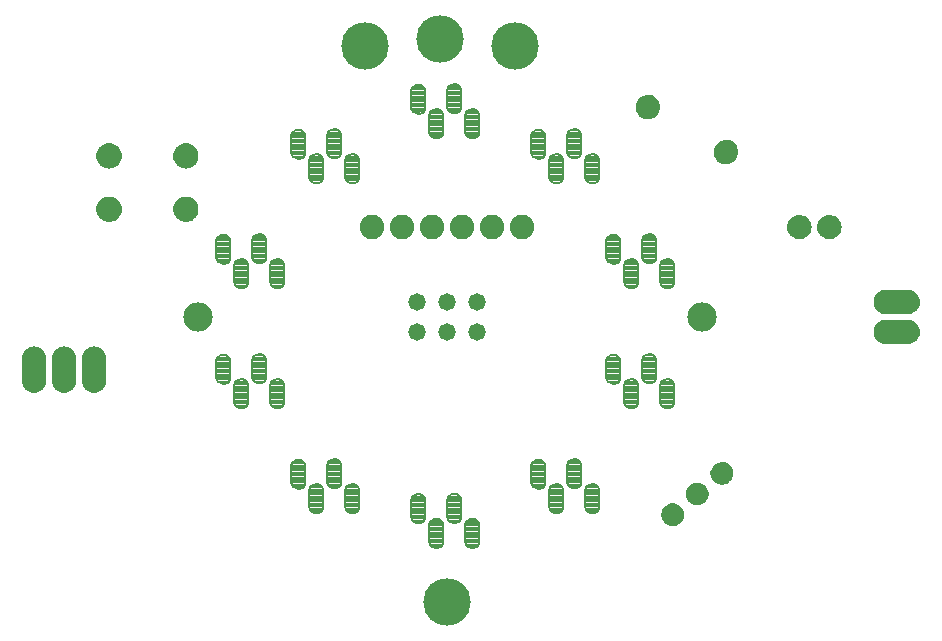
<source format=gbs>
G75*
%MOIN*%
%OFA0B0*%
%FSLAX25Y25*%
%IPPOS*%
%LPD*%
%AMOC8*
5,1,8,0,0,1.08239X$1,22.5*
%
%ADD10C,0.15800*%
%ADD11C,0.00800*%
%ADD12C,0.00500*%
%ADD13C,0.08200*%
%ADD14C,0.05800*%
%ADD15C,0.09800*%
D10*
X0171500Y0066300D03*
X0194200Y0251500D03*
X0169200Y0254000D03*
X0144200Y0251500D03*
D11*
X0125783Y0097382D02*
X0126004Y0096967D01*
X0126303Y0096603D01*
X0126667Y0096304D01*
X0127082Y0096083D01*
X0127532Y0095946D01*
X0128000Y0095900D01*
X0128200Y0095900D01*
X0128629Y0095942D01*
X0129042Y0096067D01*
X0129422Y0096271D01*
X0129756Y0096544D01*
X0130029Y0096878D01*
X0130233Y0097258D01*
X0130358Y0097671D01*
X0130400Y0098100D01*
X0130400Y0100600D01*
X0130400Y0103200D01*
X0130354Y0103668D01*
X0130217Y0104118D01*
X0129996Y0104533D01*
X0129697Y0104897D01*
X0129333Y0105196D01*
X0128918Y0105417D01*
X0128468Y0105554D01*
X0128000Y0105600D01*
X0127532Y0105554D01*
X0127082Y0105417D01*
X0126667Y0105196D01*
X0126303Y0104897D01*
X0126004Y0104533D01*
X0125783Y0104118D01*
X0125646Y0103668D01*
X0125600Y0103200D01*
X0125600Y0098300D01*
X0125646Y0097832D01*
X0125783Y0097382D01*
X0125771Y0097419D02*
X0130281Y0097419D01*
X0130400Y0098218D02*
X0125608Y0098218D01*
X0125600Y0099016D02*
X0130400Y0099016D01*
X0130400Y0099815D02*
X0125600Y0099815D01*
X0125600Y0100613D02*
X0130400Y0100613D01*
X0130400Y0101412D02*
X0125600Y0101412D01*
X0125600Y0102210D02*
X0130400Y0102210D01*
X0130400Y0103009D02*
X0125600Y0103009D01*
X0125688Y0103807D02*
X0130312Y0103807D01*
X0129936Y0104606D02*
X0126064Y0104606D01*
X0127057Y0105404D02*
X0128943Y0105404D01*
X0131646Y0106132D02*
X0131600Y0106600D01*
X0131600Y0111500D01*
X0131646Y0111968D01*
X0131783Y0112418D01*
X0132004Y0112833D01*
X0132303Y0113197D01*
X0132667Y0113496D01*
X0133082Y0113717D01*
X0133532Y0113854D01*
X0134000Y0113900D01*
X0134468Y0113854D01*
X0134918Y0113717D01*
X0135333Y0113496D01*
X0135697Y0113197D01*
X0135996Y0112833D01*
X0136217Y0112418D01*
X0136354Y0111968D01*
X0136400Y0111500D01*
X0136400Y0108900D01*
X0136400Y0106400D01*
X0136358Y0105971D01*
X0136233Y0105558D01*
X0136029Y0105178D01*
X0135756Y0104844D01*
X0135422Y0104571D01*
X0135042Y0104367D01*
X0134629Y0104242D01*
X0134200Y0104200D01*
X0134000Y0104200D01*
X0133532Y0104246D01*
X0133082Y0104383D01*
X0132667Y0104604D01*
X0132303Y0104903D01*
X0132004Y0105267D01*
X0131783Y0105682D01*
X0131646Y0106132D01*
X0131639Y0106203D02*
X0136381Y0106203D01*
X0136400Y0107001D02*
X0131600Y0107001D01*
X0131600Y0107800D02*
X0136400Y0107800D01*
X0136400Y0108598D02*
X0131600Y0108598D01*
X0131600Y0109397D02*
X0136400Y0109397D01*
X0136400Y0110195D02*
X0131600Y0110195D01*
X0131600Y0110994D02*
X0136400Y0110994D01*
X0136371Y0111792D02*
X0131629Y0111792D01*
X0131875Y0112591D02*
X0136125Y0112591D01*
X0135463Y0113389D02*
X0132537Y0113389D01*
X0131931Y0105404D02*
X0136150Y0105404D01*
X0135465Y0104606D02*
X0132665Y0104606D01*
X0137646Y0103668D02*
X0137783Y0104118D01*
X0138004Y0104533D01*
X0138303Y0104897D01*
X0138667Y0105196D01*
X0139082Y0105417D01*
X0139532Y0105554D01*
X0140000Y0105600D01*
X0140468Y0105554D01*
X0140918Y0105417D01*
X0141333Y0105196D01*
X0141697Y0104897D01*
X0141996Y0104533D01*
X0142217Y0104118D01*
X0142354Y0103668D01*
X0142400Y0103200D01*
X0142400Y0100600D01*
X0142400Y0098100D01*
X0142358Y0097671D01*
X0142233Y0097258D01*
X0142029Y0096878D01*
X0141756Y0096544D01*
X0141422Y0096271D01*
X0141042Y0096067D01*
X0140629Y0095942D01*
X0140200Y0095900D01*
X0140000Y0095900D01*
X0139532Y0095946D01*
X0139082Y0096083D01*
X0138667Y0096304D01*
X0138303Y0096603D01*
X0138004Y0096967D01*
X0137783Y0097382D01*
X0137646Y0097832D01*
X0137600Y0098300D01*
X0137600Y0103200D01*
X0137646Y0103668D01*
X0137688Y0103807D02*
X0142312Y0103807D01*
X0142400Y0103009D02*
X0137600Y0103009D01*
X0137600Y0102210D02*
X0142400Y0102210D01*
X0142400Y0101412D02*
X0137600Y0101412D01*
X0137600Y0100613D02*
X0142400Y0100613D01*
X0142400Y0099815D02*
X0137600Y0099815D01*
X0137600Y0099016D02*
X0142400Y0099016D01*
X0142400Y0098218D02*
X0137608Y0098218D01*
X0137771Y0097419D02*
X0142281Y0097419D01*
X0141818Y0096621D02*
X0138288Y0096621D01*
X0129818Y0096621D02*
X0126288Y0096621D01*
X0123042Y0104267D02*
X0122629Y0104142D01*
X0122200Y0104100D01*
X0122000Y0104100D01*
X0121532Y0104146D01*
X0121082Y0104283D01*
X0120667Y0104504D01*
X0120303Y0104803D01*
X0120004Y0105167D01*
X0119783Y0105582D01*
X0119646Y0106032D01*
X0119600Y0106500D01*
X0119600Y0111400D01*
X0119646Y0111868D01*
X0119783Y0112318D01*
X0120004Y0112733D01*
X0120303Y0113097D01*
X0120667Y0113396D01*
X0121082Y0113617D01*
X0121532Y0113754D01*
X0122000Y0113800D01*
X0122468Y0113754D01*
X0122918Y0113617D01*
X0123333Y0113396D01*
X0123697Y0113097D01*
X0123996Y0112733D01*
X0124217Y0112318D01*
X0124354Y0111868D01*
X0124400Y0111400D01*
X0124400Y0108800D01*
X0124400Y0106300D01*
X0124358Y0105871D01*
X0124233Y0105458D01*
X0124029Y0105078D01*
X0123756Y0104744D01*
X0123422Y0104471D01*
X0123042Y0104267D01*
X0123587Y0104606D02*
X0120543Y0104606D01*
X0119877Y0105404D02*
X0124204Y0105404D01*
X0124390Y0106203D02*
X0119629Y0106203D01*
X0119600Y0107001D02*
X0124400Y0107001D01*
X0124400Y0107800D02*
X0119600Y0107800D01*
X0119600Y0108598D02*
X0124400Y0108598D01*
X0124400Y0109397D02*
X0119600Y0109397D01*
X0119600Y0110195D02*
X0124400Y0110195D01*
X0124400Y0110994D02*
X0119600Y0110994D01*
X0119639Y0111792D02*
X0124361Y0111792D01*
X0124072Y0112591D02*
X0119928Y0112591D01*
X0120659Y0113389D02*
X0123341Y0113389D01*
X0138064Y0104606D02*
X0141936Y0104606D01*
X0140943Y0105404D02*
X0139057Y0105404D01*
X0159646Y0100368D02*
X0159783Y0100818D01*
X0160004Y0101233D01*
X0160303Y0101597D01*
X0160667Y0101896D01*
X0161082Y0102117D01*
X0161532Y0102254D01*
X0162000Y0102300D01*
X0162468Y0102254D01*
X0162918Y0102117D01*
X0163333Y0101896D01*
X0163697Y0101597D01*
X0163996Y0101233D01*
X0164217Y0100818D01*
X0164354Y0100368D01*
X0164400Y0099900D01*
X0164400Y0097300D01*
X0164400Y0094800D01*
X0164358Y0094371D01*
X0164233Y0093958D01*
X0164029Y0093578D01*
X0163756Y0093244D01*
X0163422Y0092971D01*
X0163042Y0092767D01*
X0162629Y0092642D01*
X0162200Y0092600D01*
X0162000Y0092600D01*
X0161532Y0092646D01*
X0161082Y0092783D01*
X0160667Y0093004D01*
X0160303Y0093303D01*
X0160004Y0093667D01*
X0159783Y0094082D01*
X0159646Y0094532D01*
X0159600Y0095000D01*
X0159600Y0099900D01*
X0159646Y0100368D01*
X0159720Y0100613D02*
X0164280Y0100613D01*
X0164400Y0099815D02*
X0159600Y0099815D01*
X0159600Y0099016D02*
X0164400Y0099016D01*
X0164400Y0098218D02*
X0159600Y0098218D01*
X0159600Y0097419D02*
X0164400Y0097419D01*
X0164400Y0096621D02*
X0159600Y0096621D01*
X0159600Y0095822D02*
X0164400Y0095822D01*
X0164400Y0095024D02*
X0159600Y0095024D01*
X0159739Y0094225D02*
X0164314Y0094225D01*
X0163905Y0093427D02*
X0160202Y0093427D01*
X0161715Y0092628D02*
X0162485Y0092628D01*
X0165646Y0092168D02*
X0165783Y0092618D01*
X0166004Y0093033D01*
X0166303Y0093397D01*
X0166667Y0093696D01*
X0167082Y0093917D01*
X0167532Y0094054D01*
X0168000Y0094100D01*
X0168468Y0094054D01*
X0168918Y0093917D01*
X0169333Y0093696D01*
X0169697Y0093397D01*
X0169996Y0093033D01*
X0170217Y0092618D01*
X0170354Y0092168D01*
X0170400Y0091700D01*
X0170400Y0089100D01*
X0170400Y0086600D01*
X0170358Y0086171D01*
X0170233Y0085758D01*
X0170029Y0085378D01*
X0169756Y0085044D01*
X0169422Y0084771D01*
X0169042Y0084567D01*
X0168629Y0084442D01*
X0168200Y0084400D01*
X0168000Y0084400D01*
X0167532Y0084446D01*
X0167082Y0084583D01*
X0166667Y0084804D01*
X0166303Y0085103D01*
X0166004Y0085467D01*
X0165783Y0085882D01*
X0165646Y0086332D01*
X0165600Y0086800D01*
X0165600Y0091700D01*
X0165646Y0092168D01*
X0165613Y0091830D02*
X0170387Y0091830D01*
X0170400Y0091031D02*
X0165600Y0091031D01*
X0165600Y0090232D02*
X0170400Y0090232D01*
X0170400Y0089434D02*
X0165600Y0089434D01*
X0165600Y0088635D02*
X0170400Y0088635D01*
X0170400Y0087837D02*
X0165600Y0087837D01*
X0165600Y0087038D02*
X0170400Y0087038D01*
X0170365Y0086240D02*
X0165674Y0086240D01*
X0166025Y0085441D02*
X0170063Y0085441D01*
X0169183Y0084643D02*
X0166969Y0084643D01*
X0165788Y0092628D02*
X0170212Y0092628D01*
X0169661Y0093427D02*
X0166339Y0093427D01*
X0171646Y0094632D02*
X0171600Y0095100D01*
X0171600Y0100000D01*
X0171646Y0100468D01*
X0171783Y0100918D01*
X0172004Y0101333D01*
X0172303Y0101697D01*
X0172667Y0101996D01*
X0173082Y0102217D01*
X0173532Y0102354D01*
X0174000Y0102400D01*
X0174468Y0102354D01*
X0174918Y0102217D01*
X0175333Y0101996D01*
X0175697Y0101697D01*
X0175996Y0101333D01*
X0176217Y0100918D01*
X0176354Y0100468D01*
X0176400Y0100000D01*
X0176400Y0097400D01*
X0176400Y0094900D01*
X0176358Y0094471D01*
X0176233Y0094058D01*
X0176029Y0093678D01*
X0175756Y0093344D01*
X0175422Y0093071D01*
X0175042Y0092867D01*
X0174629Y0092742D01*
X0174200Y0092700D01*
X0174000Y0092700D01*
X0173532Y0092746D01*
X0173082Y0092883D01*
X0172667Y0093104D01*
X0172303Y0093403D01*
X0172004Y0093767D01*
X0171783Y0094182D01*
X0171646Y0094632D01*
X0171608Y0095024D02*
X0176400Y0095024D01*
X0176400Y0095822D02*
X0171600Y0095822D01*
X0171600Y0096621D02*
X0176400Y0096621D01*
X0176400Y0097419D02*
X0171600Y0097419D01*
X0171600Y0098218D02*
X0176400Y0098218D01*
X0176400Y0099016D02*
X0171600Y0099016D01*
X0171600Y0099815D02*
X0176400Y0099815D01*
X0176310Y0100613D02*
X0171690Y0100613D01*
X0172069Y0101412D02*
X0175931Y0101412D01*
X0174932Y0102210D02*
X0173068Y0102210D01*
X0171770Y0094225D02*
X0176283Y0094225D01*
X0175823Y0093427D02*
X0172284Y0093427D01*
X0177646Y0092168D02*
X0177783Y0092618D01*
X0178004Y0093033D01*
X0178303Y0093397D01*
X0178667Y0093696D01*
X0179082Y0093917D01*
X0179532Y0094054D01*
X0180000Y0094100D01*
X0180468Y0094054D01*
X0180918Y0093917D01*
X0181333Y0093696D01*
X0181697Y0093397D01*
X0181996Y0093033D01*
X0182217Y0092618D01*
X0182354Y0092168D01*
X0182400Y0091700D01*
X0182400Y0089100D01*
X0182400Y0086600D01*
X0182358Y0086171D01*
X0182233Y0085758D01*
X0182029Y0085378D01*
X0181756Y0085044D01*
X0181422Y0084771D01*
X0181042Y0084567D01*
X0180629Y0084442D01*
X0180200Y0084400D01*
X0180000Y0084400D01*
X0179532Y0084446D01*
X0179082Y0084583D01*
X0178667Y0084804D01*
X0178303Y0085103D01*
X0178004Y0085467D01*
X0177783Y0085882D01*
X0177646Y0086332D01*
X0177600Y0086800D01*
X0177600Y0091700D01*
X0177646Y0092168D01*
X0177613Y0091830D02*
X0182387Y0091830D01*
X0182400Y0091031D02*
X0177600Y0091031D01*
X0177600Y0090232D02*
X0182400Y0090232D01*
X0182400Y0089434D02*
X0177600Y0089434D01*
X0177600Y0088635D02*
X0182400Y0088635D01*
X0182400Y0087837D02*
X0177600Y0087837D01*
X0177600Y0087038D02*
X0182400Y0087038D01*
X0182365Y0086240D02*
X0177674Y0086240D01*
X0178025Y0085441D02*
X0182063Y0085441D01*
X0181183Y0084643D02*
X0178969Y0084643D01*
X0177788Y0092628D02*
X0182212Y0092628D01*
X0181661Y0093427D02*
X0178339Y0093427D01*
X0163849Y0101412D02*
X0160151Y0101412D01*
X0161388Y0102210D02*
X0162612Y0102210D01*
X0199646Y0106032D02*
X0199600Y0106500D01*
X0199600Y0111400D01*
X0199646Y0111868D01*
X0199783Y0112318D01*
X0200004Y0112733D01*
X0200303Y0113097D01*
X0200667Y0113396D01*
X0201082Y0113617D01*
X0201532Y0113754D01*
X0202000Y0113800D01*
X0202468Y0113754D01*
X0202918Y0113617D01*
X0203333Y0113396D01*
X0203697Y0113097D01*
X0203996Y0112733D01*
X0204217Y0112318D01*
X0204354Y0111868D01*
X0204400Y0111400D01*
X0204400Y0108800D01*
X0204400Y0106300D01*
X0204358Y0105871D01*
X0204233Y0105458D01*
X0204029Y0105078D01*
X0203756Y0104744D01*
X0203422Y0104471D01*
X0203042Y0104267D01*
X0202629Y0104142D01*
X0202200Y0104100D01*
X0202000Y0104100D01*
X0201532Y0104146D01*
X0201082Y0104283D01*
X0200667Y0104504D01*
X0200303Y0104803D01*
X0200004Y0105167D01*
X0199783Y0105582D01*
X0199646Y0106032D01*
X0199629Y0106203D02*
X0204390Y0106203D01*
X0204400Y0107001D02*
X0199600Y0107001D01*
X0199600Y0107800D02*
X0204400Y0107800D01*
X0204400Y0108598D02*
X0199600Y0108598D01*
X0199600Y0109397D02*
X0204400Y0109397D01*
X0204400Y0110195D02*
X0199600Y0110195D01*
X0199600Y0110994D02*
X0204400Y0110994D01*
X0204361Y0111792D02*
X0199639Y0111792D01*
X0199928Y0112591D02*
X0204072Y0112591D01*
X0203341Y0113389D02*
X0200659Y0113389D01*
X0199877Y0105404D02*
X0204204Y0105404D01*
X0203587Y0104606D02*
X0200543Y0104606D01*
X0205646Y0103668D02*
X0205783Y0104118D01*
X0206004Y0104533D01*
X0206303Y0104897D01*
X0206667Y0105196D01*
X0207082Y0105417D01*
X0207532Y0105554D01*
X0208000Y0105600D01*
X0208468Y0105554D01*
X0208918Y0105417D01*
X0209333Y0105196D01*
X0209697Y0104897D01*
X0209996Y0104533D01*
X0210217Y0104118D01*
X0210354Y0103668D01*
X0210400Y0103200D01*
X0210400Y0100600D01*
X0210400Y0098100D01*
X0210358Y0097671D01*
X0210233Y0097258D01*
X0210029Y0096878D01*
X0209756Y0096544D01*
X0209422Y0096271D01*
X0209042Y0096067D01*
X0208629Y0095942D01*
X0208200Y0095900D01*
X0208000Y0095900D01*
X0207532Y0095946D01*
X0207082Y0096083D01*
X0206667Y0096304D01*
X0206303Y0096603D01*
X0206004Y0096967D01*
X0205783Y0097382D01*
X0205646Y0097832D01*
X0205600Y0098300D01*
X0205600Y0103200D01*
X0205646Y0103668D01*
X0205688Y0103807D02*
X0210312Y0103807D01*
X0210400Y0103009D02*
X0205600Y0103009D01*
X0205600Y0102210D02*
X0210400Y0102210D01*
X0210400Y0101412D02*
X0205600Y0101412D01*
X0205600Y0100613D02*
X0210400Y0100613D01*
X0210400Y0099815D02*
X0205600Y0099815D01*
X0205600Y0099016D02*
X0210400Y0099016D01*
X0210400Y0098218D02*
X0205608Y0098218D01*
X0205771Y0097419D02*
X0210281Y0097419D01*
X0209818Y0096621D02*
X0206288Y0096621D01*
X0213082Y0104383D02*
X0213532Y0104246D01*
X0214000Y0104200D01*
X0214200Y0104200D01*
X0214629Y0104242D01*
X0215042Y0104367D01*
X0215422Y0104571D01*
X0215756Y0104844D01*
X0216029Y0105178D01*
X0216233Y0105558D01*
X0216358Y0105971D01*
X0216400Y0106400D01*
X0216400Y0108900D01*
X0216400Y0111500D01*
X0216354Y0111968D01*
X0216217Y0112418D01*
X0215996Y0112833D01*
X0215697Y0113197D01*
X0215333Y0113496D01*
X0214918Y0113717D01*
X0214468Y0113854D01*
X0214000Y0113900D01*
X0213532Y0113854D01*
X0213082Y0113717D01*
X0212667Y0113496D01*
X0212303Y0113197D01*
X0212004Y0112833D01*
X0211783Y0112418D01*
X0211646Y0111968D01*
X0211600Y0111500D01*
X0211600Y0106600D01*
X0211646Y0106132D01*
X0211783Y0105682D01*
X0212004Y0105267D01*
X0212303Y0104903D01*
X0212667Y0104604D01*
X0213082Y0104383D01*
X0212665Y0104606D02*
X0215465Y0104606D01*
X0216150Y0105404D02*
X0211931Y0105404D01*
X0211639Y0106203D02*
X0216381Y0106203D01*
X0216400Y0107001D02*
X0211600Y0107001D01*
X0211600Y0107800D02*
X0216400Y0107800D01*
X0216400Y0108598D02*
X0211600Y0108598D01*
X0211600Y0109397D02*
X0216400Y0109397D01*
X0216400Y0110195D02*
X0211600Y0110195D01*
X0211600Y0110994D02*
X0216400Y0110994D01*
X0216371Y0111792D02*
X0211629Y0111792D01*
X0211875Y0112591D02*
X0216125Y0112591D01*
X0215463Y0113389D02*
X0212537Y0113389D01*
X0208943Y0105404D02*
X0207057Y0105404D01*
X0206064Y0104606D02*
X0209936Y0104606D01*
X0217646Y0103668D02*
X0217783Y0104118D01*
X0218004Y0104533D01*
X0218303Y0104897D01*
X0218667Y0105196D01*
X0219082Y0105417D01*
X0219532Y0105554D01*
X0220000Y0105600D01*
X0220468Y0105554D01*
X0220918Y0105417D01*
X0221333Y0105196D01*
X0221697Y0104897D01*
X0221996Y0104533D01*
X0222217Y0104118D01*
X0222354Y0103668D01*
X0222400Y0103200D01*
X0222400Y0100600D01*
X0222400Y0098100D01*
X0222358Y0097671D01*
X0222233Y0097258D01*
X0222029Y0096878D01*
X0221756Y0096544D01*
X0221422Y0096271D01*
X0221042Y0096067D01*
X0220629Y0095942D01*
X0220200Y0095900D01*
X0220000Y0095900D01*
X0219532Y0095946D01*
X0219082Y0096083D01*
X0218667Y0096304D01*
X0218303Y0096603D01*
X0218004Y0096967D01*
X0217783Y0097382D01*
X0217646Y0097832D01*
X0217600Y0098300D01*
X0217600Y0103200D01*
X0217646Y0103668D01*
X0217688Y0103807D02*
X0222312Y0103807D01*
X0222400Y0103009D02*
X0217600Y0103009D01*
X0217600Y0102210D02*
X0222400Y0102210D01*
X0222400Y0101412D02*
X0217600Y0101412D01*
X0217600Y0100613D02*
X0222400Y0100613D01*
X0222400Y0099815D02*
X0217600Y0099815D01*
X0217600Y0099016D02*
X0222400Y0099016D01*
X0222400Y0098218D02*
X0217608Y0098218D01*
X0217771Y0097419D02*
X0222281Y0097419D01*
X0221818Y0096621D02*
X0218288Y0096621D01*
X0218064Y0104606D02*
X0221936Y0104606D01*
X0220943Y0105404D02*
X0219057Y0105404D01*
X0232082Y0131083D02*
X0231667Y0131304D01*
X0231303Y0131603D01*
X0231004Y0131967D01*
X0230783Y0132382D01*
X0230646Y0132832D01*
X0230600Y0133300D01*
X0230600Y0138200D01*
X0230646Y0138668D01*
X0230783Y0139118D01*
X0231004Y0139533D01*
X0231303Y0139897D01*
X0231667Y0140196D01*
X0232082Y0140417D01*
X0232532Y0140554D01*
X0233000Y0140600D01*
X0233468Y0140554D01*
X0233918Y0140417D01*
X0234333Y0140196D01*
X0234697Y0139897D01*
X0234996Y0139533D01*
X0235217Y0139118D01*
X0235354Y0138668D01*
X0235400Y0138200D01*
X0235400Y0135600D01*
X0235400Y0133100D01*
X0235358Y0132671D01*
X0235233Y0132258D01*
X0235029Y0131878D01*
X0234756Y0131544D01*
X0234422Y0131271D01*
X0234042Y0131067D01*
X0233629Y0130942D01*
X0233200Y0130900D01*
X0233000Y0130900D01*
X0232532Y0130946D01*
X0232082Y0131083D01*
X0232497Y0130957D02*
X0233676Y0130957D01*
X0234929Y0131755D02*
X0231178Y0131755D01*
X0230731Y0132554D02*
X0235322Y0132554D01*
X0235400Y0133352D02*
X0230600Y0133352D01*
X0230600Y0134151D02*
X0235400Y0134151D01*
X0235400Y0134949D02*
X0230600Y0134949D01*
X0230600Y0135748D02*
X0235400Y0135748D01*
X0235400Y0136546D02*
X0230600Y0136546D01*
X0230600Y0137345D02*
X0235400Y0137345D01*
X0235400Y0138143D02*
X0230600Y0138143D01*
X0230729Y0138942D02*
X0235271Y0138942D01*
X0234826Y0139740D02*
X0231174Y0139740D01*
X0232482Y0140539D02*
X0233518Y0140539D01*
X0236646Y0141132D02*
X0236600Y0141600D01*
X0236600Y0146500D01*
X0236646Y0146968D01*
X0236783Y0147418D01*
X0237004Y0147833D01*
X0237303Y0148197D01*
X0237667Y0148496D01*
X0238082Y0148717D01*
X0238532Y0148854D01*
X0239000Y0148900D01*
X0239468Y0148854D01*
X0239918Y0148717D01*
X0240333Y0148496D01*
X0240697Y0148197D01*
X0240996Y0147833D01*
X0241217Y0147418D01*
X0241354Y0146968D01*
X0241400Y0146500D01*
X0241400Y0143900D01*
X0241400Y0141400D01*
X0241358Y0140971D01*
X0241233Y0140558D01*
X0241029Y0140178D01*
X0240756Y0139844D01*
X0240422Y0139571D01*
X0240042Y0139367D01*
X0239629Y0139242D01*
X0239200Y0139200D01*
X0239000Y0139200D01*
X0238532Y0139246D01*
X0238082Y0139383D01*
X0237667Y0139604D01*
X0237303Y0139903D01*
X0237004Y0140267D01*
X0236783Y0140682D01*
X0236646Y0141132D01*
X0236626Y0141337D02*
X0241394Y0141337D01*
X0241400Y0142136D02*
X0236600Y0142136D01*
X0236600Y0142934D02*
X0241400Y0142934D01*
X0241400Y0143733D02*
X0236600Y0143733D01*
X0236600Y0144531D02*
X0241400Y0144531D01*
X0241400Y0145330D02*
X0236600Y0145330D01*
X0236600Y0146128D02*
X0241400Y0146128D01*
X0241358Y0146927D02*
X0236642Y0146927D01*
X0236947Y0147725D02*
X0241053Y0147725D01*
X0240280Y0148524D02*
X0237720Y0148524D01*
X0229354Y0146868D02*
X0229400Y0146400D01*
X0229400Y0143800D01*
X0229400Y0141300D01*
X0229358Y0140871D01*
X0229233Y0140458D01*
X0229029Y0140078D01*
X0228756Y0139744D01*
X0228422Y0139471D01*
X0228042Y0139267D01*
X0227629Y0139142D01*
X0227200Y0139100D01*
X0227000Y0139100D01*
X0226532Y0139146D01*
X0226082Y0139283D01*
X0225667Y0139504D01*
X0225303Y0139803D01*
X0225004Y0140167D01*
X0224783Y0140582D01*
X0224646Y0141032D01*
X0224600Y0141500D01*
X0224600Y0146400D01*
X0224646Y0146868D01*
X0224783Y0147318D01*
X0225004Y0147733D01*
X0225303Y0148097D01*
X0225667Y0148396D01*
X0226082Y0148617D01*
X0226532Y0148754D01*
X0227000Y0148800D01*
X0227468Y0148754D01*
X0227918Y0148617D01*
X0228333Y0148396D01*
X0228697Y0148097D01*
X0228996Y0147733D01*
X0229217Y0147318D01*
X0229354Y0146868D01*
X0229336Y0146927D02*
X0224664Y0146927D01*
X0224600Y0146128D02*
X0229400Y0146128D01*
X0229400Y0145330D02*
X0224600Y0145330D01*
X0224600Y0144531D02*
X0229400Y0144531D01*
X0229400Y0143733D02*
X0224600Y0143733D01*
X0224600Y0142934D02*
X0229400Y0142934D01*
X0229400Y0142136D02*
X0224600Y0142136D01*
X0224616Y0141337D02*
X0229400Y0141337D01*
X0229257Y0140539D02*
X0224806Y0140539D01*
X0225379Y0139740D02*
X0228751Y0139740D01*
X0229000Y0147725D02*
X0225000Y0147725D01*
X0225907Y0148524D02*
X0228093Y0148524D01*
X0236859Y0140539D02*
X0241222Y0140539D01*
X0240629Y0139740D02*
X0237501Y0139740D01*
X0242646Y0138668D02*
X0242783Y0139118D01*
X0243004Y0139533D01*
X0243303Y0139897D01*
X0243667Y0140196D01*
X0244082Y0140417D01*
X0244532Y0140554D01*
X0245000Y0140600D01*
X0245468Y0140554D01*
X0245918Y0140417D01*
X0246333Y0140196D01*
X0246697Y0139897D01*
X0246996Y0139533D01*
X0247217Y0139118D01*
X0247354Y0138668D01*
X0247400Y0138200D01*
X0247400Y0135600D01*
X0247400Y0133100D01*
X0247358Y0132671D01*
X0247233Y0132258D01*
X0247029Y0131878D01*
X0246756Y0131544D01*
X0246422Y0131271D01*
X0246042Y0131067D01*
X0245629Y0130942D01*
X0245200Y0130900D01*
X0245000Y0130900D01*
X0244532Y0130946D01*
X0244082Y0131083D01*
X0243667Y0131304D01*
X0243303Y0131603D01*
X0243004Y0131967D01*
X0242783Y0132382D01*
X0242646Y0132832D01*
X0242600Y0133300D01*
X0242600Y0138200D01*
X0242646Y0138668D01*
X0242729Y0138942D02*
X0247271Y0138942D01*
X0247400Y0138143D02*
X0242600Y0138143D01*
X0242600Y0137345D02*
X0247400Y0137345D01*
X0247400Y0136546D02*
X0242600Y0136546D01*
X0242600Y0135748D02*
X0247400Y0135748D01*
X0247400Y0134949D02*
X0242600Y0134949D01*
X0242600Y0134151D02*
X0247400Y0134151D01*
X0247400Y0133352D02*
X0242600Y0133352D01*
X0242731Y0132554D02*
X0247322Y0132554D01*
X0246929Y0131755D02*
X0243178Y0131755D01*
X0244497Y0130957D02*
X0245676Y0130957D01*
X0246826Y0139740D02*
X0243174Y0139740D01*
X0244482Y0140539D02*
X0245518Y0140539D01*
X0245200Y0170900D02*
X0245000Y0170900D01*
X0244532Y0170946D01*
X0244082Y0171083D01*
X0243667Y0171304D01*
X0243303Y0171603D01*
X0243004Y0171967D01*
X0242783Y0172382D01*
X0242646Y0172832D01*
X0242600Y0173300D01*
X0242600Y0178200D01*
X0242646Y0178668D01*
X0242783Y0179118D01*
X0243004Y0179533D01*
X0243303Y0179897D01*
X0243667Y0180196D01*
X0244082Y0180417D01*
X0244532Y0180554D01*
X0245000Y0180600D01*
X0245468Y0180554D01*
X0245918Y0180417D01*
X0246333Y0180196D01*
X0246697Y0179897D01*
X0246996Y0179533D01*
X0247217Y0179118D01*
X0247354Y0178668D01*
X0247400Y0178200D01*
X0247400Y0175600D01*
X0247400Y0173100D01*
X0247358Y0172671D01*
X0247233Y0172258D01*
X0247029Y0171878D01*
X0246756Y0171544D01*
X0246422Y0171271D01*
X0246042Y0171067D01*
X0245629Y0170942D01*
X0245200Y0170900D01*
X0246867Y0171681D02*
X0243239Y0171681D01*
X0242753Y0172479D02*
X0247300Y0172479D01*
X0247400Y0173278D02*
X0242602Y0173278D01*
X0242600Y0174076D02*
X0247400Y0174076D01*
X0247400Y0174875D02*
X0242600Y0174875D01*
X0242600Y0175673D02*
X0247400Y0175673D01*
X0247400Y0176472D02*
X0242600Y0176472D01*
X0242600Y0177270D02*
X0247400Y0177270D01*
X0247400Y0178069D02*
X0242600Y0178069D01*
X0242706Y0178867D02*
X0247294Y0178867D01*
X0246887Y0179666D02*
X0243113Y0179666D01*
X0244236Y0180464D02*
X0245764Y0180464D01*
X0241358Y0180971D02*
X0241233Y0180558D01*
X0241029Y0180178D01*
X0240756Y0179844D01*
X0240422Y0179571D01*
X0240042Y0179367D01*
X0239629Y0179242D01*
X0239200Y0179200D01*
X0239000Y0179200D01*
X0238532Y0179246D01*
X0238082Y0179383D01*
X0237667Y0179604D01*
X0237303Y0179903D01*
X0237004Y0180267D01*
X0236783Y0180682D01*
X0236646Y0181132D01*
X0236600Y0181600D01*
X0236600Y0186500D01*
X0236646Y0186968D01*
X0236783Y0187418D01*
X0237004Y0187833D01*
X0237303Y0188197D01*
X0237667Y0188496D01*
X0238082Y0188717D01*
X0238532Y0188854D01*
X0239000Y0188900D01*
X0239468Y0188854D01*
X0239918Y0188717D01*
X0240333Y0188496D01*
X0240697Y0188197D01*
X0240996Y0187833D01*
X0241217Y0187418D01*
X0241354Y0186968D01*
X0241400Y0186500D01*
X0241400Y0183900D01*
X0241400Y0181400D01*
X0241358Y0180971D01*
X0241386Y0181263D02*
X0236633Y0181263D01*
X0236600Y0182061D02*
X0241400Y0182061D01*
X0241400Y0182860D02*
X0236600Y0182860D01*
X0236600Y0183658D02*
X0241400Y0183658D01*
X0241400Y0184457D02*
X0236600Y0184457D01*
X0236600Y0185255D02*
X0241400Y0185255D01*
X0241400Y0186054D02*
X0236600Y0186054D01*
X0236635Y0186852D02*
X0241365Y0186852D01*
X0241093Y0187651D02*
X0236907Y0187651D01*
X0237610Y0188449D02*
X0240390Y0188449D01*
X0241182Y0180464D02*
X0236899Y0180464D01*
X0237592Y0179666D02*
X0240538Y0179666D01*
X0235354Y0178668D02*
X0235400Y0178200D01*
X0235400Y0175600D01*
X0235400Y0173100D01*
X0235358Y0172671D01*
X0235233Y0172258D01*
X0235029Y0171878D01*
X0234756Y0171544D01*
X0234422Y0171271D01*
X0234042Y0171067D01*
X0233629Y0170942D01*
X0233200Y0170900D01*
X0233000Y0170900D01*
X0232532Y0170946D01*
X0232082Y0171083D01*
X0231667Y0171304D01*
X0231303Y0171603D01*
X0231004Y0171967D01*
X0230783Y0172382D01*
X0230646Y0172832D01*
X0230600Y0173300D01*
X0230600Y0178200D01*
X0230646Y0178668D01*
X0230783Y0179118D01*
X0231004Y0179533D01*
X0231303Y0179897D01*
X0231667Y0180196D01*
X0232082Y0180417D01*
X0232532Y0180554D01*
X0233000Y0180600D01*
X0233468Y0180554D01*
X0233918Y0180417D01*
X0234333Y0180196D01*
X0234697Y0179897D01*
X0234996Y0179533D01*
X0235217Y0179118D01*
X0235354Y0178668D01*
X0235294Y0178867D02*
X0230706Y0178867D01*
X0230600Y0178069D02*
X0235400Y0178069D01*
X0235400Y0177270D02*
X0230600Y0177270D01*
X0230600Y0176472D02*
X0235400Y0176472D01*
X0235400Y0175673D02*
X0230600Y0175673D01*
X0230600Y0174875D02*
X0235400Y0174875D01*
X0235400Y0174076D02*
X0230600Y0174076D01*
X0230602Y0173278D02*
X0235400Y0173278D01*
X0235300Y0172479D02*
X0230753Y0172479D01*
X0231239Y0171681D02*
X0234867Y0171681D01*
X0234887Y0179666D02*
X0231113Y0179666D01*
X0232236Y0180464D02*
X0233764Y0180464D01*
X0229358Y0180871D02*
X0229233Y0180458D01*
X0229029Y0180078D01*
X0228756Y0179744D01*
X0228422Y0179471D01*
X0228042Y0179267D01*
X0227629Y0179142D01*
X0227200Y0179100D01*
X0227000Y0179100D01*
X0226532Y0179146D01*
X0226082Y0179283D01*
X0225667Y0179504D01*
X0225303Y0179803D01*
X0225004Y0180167D01*
X0224783Y0180582D01*
X0224646Y0181032D01*
X0224600Y0181500D01*
X0224600Y0186400D01*
X0224646Y0186868D01*
X0224783Y0187318D01*
X0225004Y0187733D01*
X0225303Y0188097D01*
X0225667Y0188396D01*
X0226082Y0188617D01*
X0226532Y0188754D01*
X0227000Y0188800D01*
X0227468Y0188754D01*
X0227918Y0188617D01*
X0228333Y0188396D01*
X0228697Y0188097D01*
X0228996Y0187733D01*
X0229217Y0187318D01*
X0229354Y0186868D01*
X0229400Y0186400D01*
X0229400Y0183800D01*
X0229400Y0181300D01*
X0229358Y0180871D01*
X0229396Y0181263D02*
X0224623Y0181263D01*
X0224600Y0182061D02*
X0229400Y0182061D01*
X0229400Y0182860D02*
X0224600Y0182860D01*
X0224600Y0183658D02*
X0229400Y0183658D01*
X0229400Y0184457D02*
X0224600Y0184457D01*
X0224600Y0185255D02*
X0229400Y0185255D01*
X0229400Y0186054D02*
X0224600Y0186054D01*
X0224645Y0186852D02*
X0229355Y0186852D01*
X0229040Y0187651D02*
X0224960Y0187651D01*
X0225767Y0188449D02*
X0228233Y0188449D01*
X0229234Y0180464D02*
X0224845Y0180464D01*
X0225470Y0179666D02*
X0228660Y0179666D01*
X0220629Y0205942D02*
X0220200Y0205900D01*
X0220000Y0205900D01*
X0219532Y0205946D01*
X0219082Y0206083D01*
X0218667Y0206304D01*
X0218303Y0206603D01*
X0218004Y0206967D01*
X0217783Y0207382D01*
X0217646Y0207832D01*
X0217600Y0208300D01*
X0217600Y0213200D01*
X0217646Y0213668D01*
X0217783Y0214118D01*
X0218004Y0214533D01*
X0218303Y0214897D01*
X0218667Y0215196D01*
X0219082Y0215417D01*
X0219532Y0215554D01*
X0220000Y0215600D01*
X0220468Y0215554D01*
X0220918Y0215417D01*
X0221333Y0215196D01*
X0221697Y0214897D01*
X0221996Y0214533D01*
X0222217Y0214118D01*
X0222354Y0213668D01*
X0222400Y0213200D01*
X0222400Y0210600D01*
X0222400Y0208100D01*
X0222358Y0207671D01*
X0222233Y0207258D01*
X0222029Y0206878D01*
X0221756Y0206544D01*
X0221422Y0206271D01*
X0221042Y0206067D01*
X0220629Y0205942D01*
X0220874Y0206017D02*
X0219299Y0206017D01*
X0218129Y0206815D02*
X0221978Y0206815D01*
X0222340Y0207614D02*
X0217712Y0207614D01*
X0217600Y0208412D02*
X0222400Y0208412D01*
X0222400Y0209211D02*
X0217600Y0209211D01*
X0217600Y0210009D02*
X0222400Y0210009D01*
X0222400Y0210808D02*
X0217600Y0210808D01*
X0217600Y0211606D02*
X0222400Y0211606D01*
X0222400Y0212405D02*
X0217600Y0212405D01*
X0217600Y0213203D02*
X0222400Y0213203D01*
X0222253Y0214002D02*
X0217747Y0214002D01*
X0218223Y0214800D02*
X0221776Y0214800D01*
X0220012Y0215599D02*
X0219987Y0215599D01*
X0216358Y0215971D02*
X0216233Y0215558D01*
X0216029Y0215178D01*
X0215756Y0214844D01*
X0215422Y0214571D01*
X0215042Y0214367D01*
X0214629Y0214242D01*
X0214200Y0214200D01*
X0214000Y0214200D01*
X0213532Y0214246D01*
X0213082Y0214383D01*
X0212667Y0214604D01*
X0212303Y0214903D01*
X0212004Y0215267D01*
X0211783Y0215682D01*
X0211646Y0216132D01*
X0211600Y0216600D01*
X0211600Y0221500D01*
X0211646Y0221968D01*
X0211783Y0222418D01*
X0212004Y0222833D01*
X0212303Y0223197D01*
X0212667Y0223496D01*
X0213082Y0223717D01*
X0213532Y0223854D01*
X0214000Y0223900D01*
X0214468Y0223854D01*
X0214918Y0223717D01*
X0215333Y0223496D01*
X0215697Y0223197D01*
X0215996Y0222833D01*
X0216217Y0222418D01*
X0216354Y0221968D01*
X0216400Y0221500D01*
X0216400Y0218900D01*
X0216400Y0216400D01*
X0216358Y0215971D01*
X0216245Y0215599D02*
X0211827Y0215599D01*
X0211620Y0216397D02*
X0216400Y0216397D01*
X0216400Y0217196D02*
X0211600Y0217196D01*
X0211600Y0217994D02*
X0216400Y0217994D01*
X0216400Y0218793D02*
X0211600Y0218793D01*
X0211600Y0219591D02*
X0216400Y0219591D01*
X0216400Y0220390D02*
X0211600Y0220390D01*
X0211600Y0221188D02*
X0216400Y0221188D01*
X0216348Y0221987D02*
X0211652Y0221987D01*
X0211979Y0222785D02*
X0216021Y0222785D01*
X0215168Y0223584D02*
X0212832Y0223584D01*
X0204354Y0221868D02*
X0204400Y0221400D01*
X0204400Y0218800D01*
X0204400Y0216300D01*
X0204358Y0215871D01*
X0204233Y0215458D01*
X0204029Y0215078D01*
X0203756Y0214744D01*
X0203422Y0214471D01*
X0203042Y0214267D01*
X0202629Y0214142D01*
X0202200Y0214100D01*
X0202000Y0214100D01*
X0201532Y0214146D01*
X0201082Y0214283D01*
X0200667Y0214504D01*
X0200303Y0214803D01*
X0200004Y0215167D01*
X0199783Y0215582D01*
X0199646Y0216032D01*
X0199600Y0216500D01*
X0199600Y0221400D01*
X0199646Y0221868D01*
X0199783Y0222318D01*
X0200004Y0222733D01*
X0200303Y0223097D01*
X0200667Y0223396D01*
X0201082Y0223617D01*
X0201532Y0223754D01*
X0202000Y0223800D01*
X0202468Y0223754D01*
X0202918Y0223617D01*
X0203333Y0223396D01*
X0203697Y0223097D01*
X0203996Y0222733D01*
X0204217Y0222318D01*
X0204354Y0221868D01*
X0204318Y0221987D02*
X0199682Y0221987D01*
X0199600Y0221188D02*
X0204400Y0221188D01*
X0204400Y0220390D02*
X0199600Y0220390D01*
X0199600Y0219591D02*
X0204400Y0219591D01*
X0204400Y0218793D02*
X0199600Y0218793D01*
X0199600Y0217994D02*
X0204400Y0217994D01*
X0204400Y0217196D02*
X0199600Y0217196D01*
X0199610Y0216397D02*
X0204400Y0216397D01*
X0204275Y0215599D02*
X0199777Y0215599D01*
X0200306Y0214800D02*
X0203802Y0214800D01*
X0205783Y0214118D02*
X0206004Y0214533D01*
X0206303Y0214897D01*
X0206667Y0215196D01*
X0207082Y0215417D01*
X0207532Y0215554D01*
X0208000Y0215600D01*
X0208468Y0215554D01*
X0208918Y0215417D01*
X0209333Y0215196D01*
X0209697Y0214897D01*
X0209996Y0214533D01*
X0210217Y0214118D01*
X0210354Y0213668D01*
X0210400Y0213200D01*
X0210400Y0210600D01*
X0210400Y0208100D01*
X0210358Y0207671D01*
X0210233Y0207258D01*
X0210029Y0206878D01*
X0209756Y0206544D01*
X0209422Y0206271D01*
X0209042Y0206067D01*
X0208629Y0205942D01*
X0208200Y0205900D01*
X0208000Y0205900D01*
X0207532Y0205946D01*
X0207082Y0206083D01*
X0206667Y0206304D01*
X0206303Y0206603D01*
X0206004Y0206967D01*
X0205783Y0207382D01*
X0205646Y0207832D01*
X0205600Y0208300D01*
X0205600Y0213200D01*
X0205646Y0213668D01*
X0205783Y0214118D01*
X0205747Y0214002D02*
X0210253Y0214002D01*
X0210400Y0213203D02*
X0205600Y0213203D01*
X0205600Y0212405D02*
X0210400Y0212405D01*
X0210400Y0211606D02*
X0205600Y0211606D01*
X0205600Y0210808D02*
X0210400Y0210808D01*
X0210400Y0210009D02*
X0205600Y0210009D01*
X0205600Y0209211D02*
X0210400Y0209211D01*
X0210400Y0208412D02*
X0205600Y0208412D01*
X0205712Y0207614D02*
X0210340Y0207614D01*
X0209978Y0206815D02*
X0206129Y0206815D01*
X0207299Y0206017D02*
X0208874Y0206017D01*
X0209776Y0214800D02*
X0206223Y0214800D01*
X0207987Y0215599D02*
X0208012Y0215599D01*
X0212428Y0214800D02*
X0215702Y0214800D01*
X0203953Y0222785D02*
X0200047Y0222785D01*
X0201019Y0223584D02*
X0202981Y0223584D01*
X0182400Y0223584D02*
X0177600Y0223584D01*
X0177600Y0223300D02*
X0177600Y0228200D01*
X0177646Y0228668D01*
X0177783Y0229118D01*
X0178004Y0229533D01*
X0178303Y0229897D01*
X0178667Y0230196D01*
X0179082Y0230417D01*
X0179532Y0230554D01*
X0180000Y0230600D01*
X0180468Y0230554D01*
X0180918Y0230417D01*
X0181333Y0230196D01*
X0181697Y0229897D01*
X0181996Y0229533D01*
X0182217Y0229118D01*
X0182354Y0228668D01*
X0182400Y0228200D01*
X0182400Y0225600D01*
X0182400Y0223100D01*
X0182358Y0222671D01*
X0182233Y0222258D01*
X0182029Y0221878D01*
X0181756Y0221544D01*
X0181422Y0221271D01*
X0181042Y0221067D01*
X0180629Y0220942D01*
X0180200Y0220900D01*
X0180000Y0220900D01*
X0179532Y0220946D01*
X0179082Y0221083D01*
X0178667Y0221304D01*
X0178303Y0221603D01*
X0178004Y0221967D01*
X0177783Y0222382D01*
X0177646Y0222832D01*
X0177600Y0223300D01*
X0177660Y0222785D02*
X0182369Y0222785D01*
X0182088Y0221987D02*
X0177994Y0221987D01*
X0178884Y0221188D02*
X0181268Y0221188D01*
X0182400Y0224382D02*
X0177600Y0224382D01*
X0177600Y0225181D02*
X0182400Y0225181D01*
X0182400Y0225979D02*
X0177600Y0225979D01*
X0177600Y0226778D02*
X0182400Y0226778D01*
X0182400Y0227576D02*
X0177600Y0227576D01*
X0177617Y0228375D02*
X0182383Y0228375D01*
X0182188Y0229173D02*
X0177812Y0229173D01*
X0178394Y0229972D02*
X0181606Y0229972D01*
X0176358Y0230971D02*
X0176233Y0230558D01*
X0176029Y0230178D01*
X0175756Y0229844D01*
X0175422Y0229571D01*
X0175042Y0229367D01*
X0174629Y0229242D01*
X0174200Y0229200D01*
X0174000Y0229200D01*
X0173532Y0229246D01*
X0173082Y0229383D01*
X0172667Y0229604D01*
X0172303Y0229903D01*
X0172004Y0230267D01*
X0171783Y0230682D01*
X0171646Y0231132D01*
X0171600Y0231600D01*
X0171600Y0236500D01*
X0171646Y0236968D01*
X0171783Y0237418D01*
X0172004Y0237833D01*
X0172303Y0238197D01*
X0172667Y0238496D01*
X0173082Y0238717D01*
X0173532Y0238854D01*
X0174000Y0238900D01*
X0174468Y0238854D01*
X0174918Y0238717D01*
X0175333Y0238496D01*
X0175697Y0238197D01*
X0175996Y0237833D01*
X0176217Y0237418D01*
X0176354Y0236968D01*
X0176400Y0236500D01*
X0176400Y0233900D01*
X0176400Y0231400D01*
X0176358Y0230971D01*
X0176297Y0230770D02*
X0171756Y0230770D01*
X0171603Y0231569D02*
X0176400Y0231569D01*
X0176400Y0232368D02*
X0171600Y0232368D01*
X0171600Y0233166D02*
X0176400Y0233166D01*
X0176400Y0233965D02*
X0171600Y0233965D01*
X0171600Y0234763D02*
X0176400Y0234763D01*
X0176400Y0235562D02*
X0171600Y0235562D01*
X0171600Y0236360D02*
X0176400Y0236360D01*
X0176296Y0237159D02*
X0171704Y0237159D01*
X0172106Y0237957D02*
X0175894Y0237957D01*
X0174792Y0238756D02*
X0173208Y0238756D01*
X0172246Y0229972D02*
X0175860Y0229972D01*
X0170354Y0228668D02*
X0170400Y0228200D01*
X0170400Y0225600D01*
X0170400Y0223100D01*
X0170358Y0222671D01*
X0170233Y0222258D01*
X0170029Y0221878D01*
X0169756Y0221544D01*
X0169422Y0221271D01*
X0169042Y0221067D01*
X0168629Y0220942D01*
X0168200Y0220900D01*
X0168000Y0220900D01*
X0167532Y0220946D01*
X0167082Y0221083D01*
X0166667Y0221304D01*
X0166303Y0221603D01*
X0166004Y0221967D01*
X0165783Y0222382D01*
X0165646Y0222832D01*
X0165600Y0223300D01*
X0165600Y0228200D01*
X0165646Y0228668D01*
X0165783Y0229118D01*
X0166004Y0229533D01*
X0166303Y0229897D01*
X0166667Y0230196D01*
X0167082Y0230417D01*
X0167532Y0230554D01*
X0168000Y0230600D01*
X0168468Y0230554D01*
X0168918Y0230417D01*
X0169333Y0230196D01*
X0169697Y0229897D01*
X0169996Y0229533D01*
X0170217Y0229118D01*
X0170354Y0228668D01*
X0170383Y0228375D02*
X0165617Y0228375D01*
X0165600Y0227576D02*
X0170400Y0227576D01*
X0170400Y0226778D02*
X0165600Y0226778D01*
X0165600Y0225979D02*
X0170400Y0225979D01*
X0170400Y0225181D02*
X0165600Y0225181D01*
X0165600Y0224382D02*
X0170400Y0224382D01*
X0170400Y0223584D02*
X0165600Y0223584D01*
X0165660Y0222785D02*
X0170369Y0222785D01*
X0170088Y0221987D02*
X0165994Y0221987D01*
X0166884Y0221188D02*
X0169268Y0221188D01*
X0170188Y0229173D02*
X0165812Y0229173D01*
X0166394Y0229972D02*
X0169606Y0229972D01*
X0164358Y0230871D02*
X0164233Y0230458D01*
X0164029Y0230078D01*
X0163756Y0229744D01*
X0163422Y0229471D01*
X0163042Y0229267D01*
X0162629Y0229142D01*
X0162200Y0229100D01*
X0162000Y0229100D01*
X0161532Y0229146D01*
X0161082Y0229283D01*
X0160667Y0229504D01*
X0160303Y0229803D01*
X0160004Y0230167D01*
X0159783Y0230582D01*
X0159646Y0231032D01*
X0159600Y0231500D01*
X0159600Y0236400D01*
X0159646Y0236868D01*
X0159783Y0237318D01*
X0160004Y0237733D01*
X0160303Y0238097D01*
X0160667Y0238396D01*
X0161082Y0238617D01*
X0161532Y0238754D01*
X0162000Y0238800D01*
X0162468Y0238754D01*
X0162918Y0238617D01*
X0163333Y0238396D01*
X0163697Y0238097D01*
X0163996Y0237733D01*
X0164217Y0237318D01*
X0164354Y0236868D01*
X0164400Y0236400D01*
X0164400Y0233800D01*
X0164400Y0231300D01*
X0164358Y0230871D01*
X0164327Y0230770D02*
X0159725Y0230770D01*
X0159600Y0231569D02*
X0164400Y0231569D01*
X0164400Y0232368D02*
X0159600Y0232368D01*
X0159600Y0233166D02*
X0164400Y0233166D01*
X0164400Y0233965D02*
X0159600Y0233965D01*
X0159600Y0234763D02*
X0164400Y0234763D01*
X0164400Y0235562D02*
X0159600Y0235562D01*
X0159600Y0236360D02*
X0164400Y0236360D01*
X0164266Y0237159D02*
X0159734Y0237159D01*
X0160188Y0237957D02*
X0163812Y0237957D01*
X0162451Y0238756D02*
X0161549Y0238756D01*
X0160164Y0229972D02*
X0163942Y0229972D01*
X0162732Y0229173D02*
X0161442Y0229173D01*
X0141996Y0214533D02*
X0142217Y0214118D01*
X0142354Y0213668D01*
X0142400Y0213200D01*
X0142400Y0210600D01*
X0142400Y0208100D01*
X0142358Y0207671D01*
X0142233Y0207258D01*
X0142029Y0206878D01*
X0141756Y0206544D01*
X0141422Y0206271D01*
X0141042Y0206067D01*
X0140629Y0205942D01*
X0140200Y0205900D01*
X0140000Y0205900D01*
X0139532Y0205946D01*
X0139082Y0206083D01*
X0138667Y0206304D01*
X0138303Y0206603D01*
X0138004Y0206967D01*
X0137783Y0207382D01*
X0137646Y0207832D01*
X0137600Y0208300D01*
X0137600Y0213200D01*
X0137646Y0213668D01*
X0137783Y0214118D01*
X0138004Y0214533D01*
X0138303Y0214897D01*
X0138667Y0215196D01*
X0139082Y0215417D01*
X0139532Y0215554D01*
X0140000Y0215600D01*
X0140468Y0215554D01*
X0140918Y0215417D01*
X0141333Y0215196D01*
X0141697Y0214897D01*
X0141996Y0214533D01*
X0141776Y0214800D02*
X0138223Y0214800D01*
X0137747Y0214002D02*
X0142253Y0214002D01*
X0142400Y0213203D02*
X0137600Y0213203D01*
X0137600Y0212405D02*
X0142400Y0212405D01*
X0142400Y0211606D02*
X0137600Y0211606D01*
X0137600Y0210808D02*
X0142400Y0210808D01*
X0142400Y0210009D02*
X0137600Y0210009D01*
X0137600Y0209211D02*
X0142400Y0209211D01*
X0142400Y0208412D02*
X0137600Y0208412D01*
X0137712Y0207614D02*
X0142340Y0207614D01*
X0141978Y0206815D02*
X0138129Y0206815D01*
X0139299Y0206017D02*
X0140874Y0206017D01*
X0135422Y0214571D02*
X0135042Y0214367D01*
X0134629Y0214242D01*
X0134200Y0214200D01*
X0134000Y0214200D01*
X0133532Y0214246D01*
X0133082Y0214383D01*
X0132667Y0214604D01*
X0132303Y0214903D01*
X0132004Y0215267D01*
X0131783Y0215682D01*
X0131646Y0216132D01*
X0131600Y0216600D01*
X0131600Y0221500D01*
X0131646Y0221968D01*
X0131783Y0222418D01*
X0132004Y0222833D01*
X0132303Y0223197D01*
X0132667Y0223496D01*
X0133082Y0223717D01*
X0133532Y0223854D01*
X0134000Y0223900D01*
X0134468Y0223854D01*
X0134918Y0223717D01*
X0135333Y0223496D01*
X0135697Y0223197D01*
X0135996Y0222833D01*
X0136217Y0222418D01*
X0136354Y0221968D01*
X0136400Y0221500D01*
X0136400Y0218900D01*
X0136400Y0216400D01*
X0136358Y0215971D01*
X0136233Y0215558D01*
X0136029Y0215178D01*
X0135756Y0214844D01*
X0135422Y0214571D01*
X0135702Y0214800D02*
X0132428Y0214800D01*
X0131827Y0215599D02*
X0136245Y0215599D01*
X0136400Y0216397D02*
X0131620Y0216397D01*
X0131600Y0217196D02*
X0136400Y0217196D01*
X0136400Y0217994D02*
X0131600Y0217994D01*
X0131600Y0218793D02*
X0136400Y0218793D01*
X0136400Y0219591D02*
X0131600Y0219591D01*
X0131600Y0220390D02*
X0136400Y0220390D01*
X0136400Y0221188D02*
X0131600Y0221188D01*
X0131652Y0221987D02*
X0136348Y0221987D01*
X0136021Y0222785D02*
X0131979Y0222785D01*
X0132832Y0223584D02*
X0135168Y0223584D01*
X0139988Y0215599D02*
X0140012Y0215599D01*
X0130354Y0213668D02*
X0130400Y0213200D01*
X0130400Y0210600D01*
X0130400Y0208100D01*
X0130358Y0207671D01*
X0130233Y0207258D01*
X0130029Y0206878D01*
X0129756Y0206544D01*
X0129422Y0206271D01*
X0129042Y0206067D01*
X0128629Y0205942D01*
X0128200Y0205900D01*
X0128000Y0205900D01*
X0127532Y0205946D01*
X0127082Y0206083D01*
X0126667Y0206304D01*
X0126303Y0206603D01*
X0126004Y0206967D01*
X0125783Y0207382D01*
X0125646Y0207832D01*
X0125600Y0208300D01*
X0125600Y0213200D01*
X0125646Y0213668D01*
X0125783Y0214118D01*
X0126004Y0214533D01*
X0126303Y0214897D01*
X0126667Y0215196D01*
X0127082Y0215417D01*
X0127532Y0215554D01*
X0128000Y0215600D01*
X0128468Y0215554D01*
X0128918Y0215417D01*
X0129333Y0215196D01*
X0129697Y0214897D01*
X0129996Y0214533D01*
X0130217Y0214118D01*
X0130354Y0213668D01*
X0130253Y0214002D02*
X0125747Y0214002D01*
X0125600Y0213203D02*
X0130400Y0213203D01*
X0130400Y0212405D02*
X0125600Y0212405D01*
X0125600Y0211606D02*
X0130400Y0211606D01*
X0130400Y0210808D02*
X0125600Y0210808D01*
X0125600Y0210009D02*
X0130400Y0210009D01*
X0130400Y0209211D02*
X0125600Y0209211D01*
X0125600Y0208412D02*
X0130400Y0208412D01*
X0130340Y0207614D02*
X0125712Y0207614D01*
X0126129Y0206815D02*
X0129978Y0206815D01*
X0128874Y0206017D02*
X0127299Y0206017D01*
X0126223Y0214800D02*
X0129776Y0214800D01*
X0128012Y0215599D02*
X0127987Y0215599D01*
X0124358Y0215871D02*
X0124233Y0215458D01*
X0124029Y0215078D01*
X0123756Y0214744D01*
X0123422Y0214471D01*
X0123042Y0214267D01*
X0122629Y0214142D01*
X0122200Y0214100D01*
X0122000Y0214100D01*
X0121532Y0214146D01*
X0121082Y0214283D01*
X0120667Y0214504D01*
X0120303Y0214803D01*
X0120004Y0215167D01*
X0119783Y0215582D01*
X0119646Y0216032D01*
X0119600Y0216500D01*
X0119600Y0221400D01*
X0119646Y0221868D01*
X0119783Y0222318D01*
X0120004Y0222733D01*
X0120303Y0223097D01*
X0120667Y0223396D01*
X0121082Y0223617D01*
X0121532Y0223754D01*
X0122000Y0223800D01*
X0122468Y0223754D01*
X0122918Y0223617D01*
X0123333Y0223396D01*
X0123697Y0223097D01*
X0123996Y0222733D01*
X0124217Y0222318D01*
X0124354Y0221868D01*
X0124400Y0221400D01*
X0124400Y0218800D01*
X0124400Y0216300D01*
X0124358Y0215871D01*
X0124275Y0215599D02*
X0119777Y0215599D01*
X0119610Y0216397D02*
X0124400Y0216397D01*
X0124400Y0217196D02*
X0119600Y0217196D01*
X0119600Y0217994D02*
X0124400Y0217994D01*
X0124400Y0218793D02*
X0119600Y0218793D01*
X0119600Y0219591D02*
X0124400Y0219591D01*
X0124400Y0220390D02*
X0119600Y0220390D01*
X0119600Y0221188D02*
X0124400Y0221188D01*
X0124318Y0221987D02*
X0119682Y0221987D01*
X0120047Y0222785D02*
X0123953Y0222785D01*
X0122981Y0223584D02*
X0121019Y0223584D01*
X0120306Y0214800D02*
X0123802Y0214800D01*
X0109918Y0188717D02*
X0110333Y0188496D01*
X0110697Y0188197D01*
X0110996Y0187833D01*
X0111217Y0187418D01*
X0111354Y0186968D01*
X0111400Y0186500D01*
X0111400Y0183900D01*
X0111400Y0181400D01*
X0111358Y0180971D01*
X0111233Y0180558D01*
X0111029Y0180178D01*
X0110756Y0179844D01*
X0110422Y0179571D01*
X0110042Y0179367D01*
X0109629Y0179242D01*
X0109200Y0179200D01*
X0109000Y0179200D01*
X0108532Y0179246D01*
X0108082Y0179383D01*
X0107667Y0179604D01*
X0107303Y0179903D01*
X0107004Y0180267D01*
X0106783Y0180682D01*
X0106646Y0181132D01*
X0106600Y0181600D01*
X0106600Y0186500D01*
X0106646Y0186968D01*
X0106783Y0187418D01*
X0107004Y0187833D01*
X0107303Y0188197D01*
X0107667Y0188496D01*
X0108082Y0188717D01*
X0108532Y0188854D01*
X0109000Y0188900D01*
X0109468Y0188854D01*
X0109918Y0188717D01*
X0110390Y0188449D02*
X0107610Y0188449D01*
X0106907Y0187651D02*
X0111093Y0187651D01*
X0111365Y0186852D02*
X0106635Y0186852D01*
X0106600Y0186054D02*
X0111400Y0186054D01*
X0111400Y0185255D02*
X0106600Y0185255D01*
X0106600Y0184457D02*
X0111400Y0184457D01*
X0111400Y0183658D02*
X0106600Y0183658D01*
X0106600Y0182860D02*
X0111400Y0182860D01*
X0111400Y0182061D02*
X0106600Y0182061D01*
X0106633Y0181263D02*
X0111386Y0181263D01*
X0111182Y0180464D02*
X0106899Y0180464D01*
X0107592Y0179666D02*
X0110538Y0179666D01*
X0112783Y0179118D02*
X0113004Y0179533D01*
X0113303Y0179897D01*
X0113667Y0180196D01*
X0114082Y0180417D01*
X0114532Y0180554D01*
X0115000Y0180600D01*
X0115468Y0180554D01*
X0115918Y0180417D01*
X0116333Y0180196D01*
X0116697Y0179897D01*
X0116996Y0179533D01*
X0117217Y0179118D01*
X0117354Y0178668D01*
X0117400Y0178200D01*
X0117400Y0175600D01*
X0117400Y0173100D01*
X0117358Y0172671D01*
X0117233Y0172258D01*
X0117029Y0171878D01*
X0116756Y0171544D01*
X0116422Y0171271D01*
X0116042Y0171067D01*
X0115629Y0170942D01*
X0115200Y0170900D01*
X0115000Y0170900D01*
X0114532Y0170946D01*
X0114082Y0171083D01*
X0113667Y0171304D01*
X0113303Y0171603D01*
X0113004Y0171967D01*
X0112783Y0172382D01*
X0112646Y0172832D01*
X0112600Y0173300D01*
X0112600Y0178200D01*
X0112646Y0178668D01*
X0112783Y0179118D01*
X0112706Y0178867D02*
X0117294Y0178867D01*
X0117400Y0178069D02*
X0112600Y0178069D01*
X0112600Y0177270D02*
X0117400Y0177270D01*
X0117400Y0176472D02*
X0112600Y0176472D01*
X0112600Y0175673D02*
X0117400Y0175673D01*
X0117400Y0174875D02*
X0112600Y0174875D01*
X0112600Y0174076D02*
X0117400Y0174076D01*
X0117400Y0173278D02*
X0112602Y0173278D01*
X0112753Y0172479D02*
X0117300Y0172479D01*
X0116867Y0171681D02*
X0113239Y0171681D01*
X0105358Y0172671D02*
X0105233Y0172258D01*
X0105029Y0171878D01*
X0104756Y0171544D01*
X0104422Y0171271D01*
X0104042Y0171067D01*
X0103629Y0170942D01*
X0103200Y0170900D01*
X0103000Y0170900D01*
X0102532Y0170946D01*
X0102082Y0171083D01*
X0101667Y0171304D01*
X0101303Y0171603D01*
X0101004Y0171967D01*
X0100783Y0172382D01*
X0100646Y0172832D01*
X0100600Y0173300D01*
X0100600Y0178200D01*
X0100646Y0178668D01*
X0100783Y0179118D01*
X0101004Y0179533D01*
X0101303Y0179897D01*
X0101667Y0180196D01*
X0102082Y0180417D01*
X0102532Y0180554D01*
X0103000Y0180600D01*
X0103468Y0180554D01*
X0103918Y0180417D01*
X0104333Y0180196D01*
X0104697Y0179897D01*
X0104996Y0179533D01*
X0105217Y0179118D01*
X0105354Y0178668D01*
X0105400Y0178200D01*
X0105400Y0175600D01*
X0105400Y0173100D01*
X0105358Y0172671D01*
X0105300Y0172479D02*
X0100753Y0172479D01*
X0100602Y0173278D02*
X0105400Y0173278D01*
X0105400Y0174076D02*
X0100600Y0174076D01*
X0100600Y0174875D02*
X0105400Y0174875D01*
X0105400Y0175673D02*
X0100600Y0175673D01*
X0100600Y0176472D02*
X0105400Y0176472D01*
X0105400Y0177270D02*
X0100600Y0177270D01*
X0100600Y0178069D02*
X0105400Y0178069D01*
X0105294Y0178867D02*
X0100706Y0178867D01*
X0101113Y0179666D02*
X0104887Y0179666D01*
X0103764Y0180464D02*
X0102236Y0180464D01*
X0099358Y0180871D02*
X0099233Y0180458D01*
X0099029Y0180078D01*
X0098756Y0179744D01*
X0098422Y0179471D01*
X0098042Y0179267D01*
X0097629Y0179142D01*
X0097200Y0179100D01*
X0097000Y0179100D01*
X0096532Y0179146D01*
X0096082Y0179283D01*
X0095667Y0179504D01*
X0095303Y0179803D01*
X0095004Y0180167D01*
X0094783Y0180582D01*
X0094646Y0181032D01*
X0094600Y0181500D01*
X0094600Y0186400D01*
X0094646Y0186868D01*
X0094783Y0187318D01*
X0095004Y0187733D01*
X0095303Y0188097D01*
X0095667Y0188396D01*
X0096082Y0188617D01*
X0096532Y0188754D01*
X0097000Y0188800D01*
X0097468Y0188754D01*
X0097918Y0188617D01*
X0098333Y0188396D01*
X0098697Y0188097D01*
X0098996Y0187733D01*
X0099217Y0187318D01*
X0099354Y0186868D01*
X0099400Y0186400D01*
X0099400Y0183800D01*
X0099400Y0181300D01*
X0099358Y0180871D01*
X0099396Y0181263D02*
X0094623Y0181263D01*
X0094600Y0182061D02*
X0099400Y0182061D01*
X0099400Y0182860D02*
X0094600Y0182860D01*
X0094600Y0183658D02*
X0099400Y0183658D01*
X0099400Y0184457D02*
X0094600Y0184457D01*
X0094600Y0185255D02*
X0099400Y0185255D01*
X0099400Y0186054D02*
X0094600Y0186054D01*
X0094645Y0186852D02*
X0099355Y0186852D01*
X0099040Y0187651D02*
X0094960Y0187651D01*
X0095767Y0188449D02*
X0098233Y0188449D01*
X0099234Y0180464D02*
X0094845Y0180464D01*
X0095470Y0179666D02*
X0098660Y0179666D01*
X0101239Y0171681D02*
X0104867Y0171681D01*
X0113113Y0179666D02*
X0116887Y0179666D01*
X0115764Y0180464D02*
X0114236Y0180464D01*
X0109468Y0148854D02*
X0109918Y0148717D01*
X0110333Y0148496D01*
X0110697Y0148197D01*
X0110996Y0147833D01*
X0111217Y0147418D01*
X0111354Y0146968D01*
X0111400Y0146500D01*
X0111400Y0143900D01*
X0111400Y0141400D01*
X0111358Y0140971D01*
X0111233Y0140558D01*
X0111029Y0140178D01*
X0110756Y0139844D01*
X0110422Y0139571D01*
X0110042Y0139367D01*
X0109629Y0139242D01*
X0109200Y0139200D01*
X0109000Y0139200D01*
X0108532Y0139246D01*
X0108082Y0139383D01*
X0107667Y0139604D01*
X0107303Y0139903D01*
X0107004Y0140267D01*
X0106783Y0140682D01*
X0106646Y0141132D01*
X0106600Y0141600D01*
X0106600Y0146500D01*
X0106646Y0146968D01*
X0106783Y0147418D01*
X0107004Y0147833D01*
X0107303Y0148197D01*
X0107667Y0148496D01*
X0108082Y0148717D01*
X0108532Y0148854D01*
X0109000Y0148900D01*
X0109468Y0148854D01*
X0110280Y0148524D02*
X0107720Y0148524D01*
X0106947Y0147725D02*
X0111053Y0147725D01*
X0111358Y0146927D02*
X0106642Y0146927D01*
X0106600Y0146128D02*
X0111400Y0146128D01*
X0111400Y0145330D02*
X0106600Y0145330D01*
X0106600Y0144531D02*
X0111400Y0144531D01*
X0111400Y0143733D02*
X0106600Y0143733D01*
X0106600Y0142934D02*
X0111400Y0142934D01*
X0111400Y0142136D02*
X0106600Y0142136D01*
X0106626Y0141337D02*
X0111394Y0141337D01*
X0111222Y0140539D02*
X0106859Y0140539D01*
X0107501Y0139740D02*
X0110629Y0139740D01*
X0112783Y0139118D02*
X0113004Y0139533D01*
X0113303Y0139897D01*
X0113667Y0140196D01*
X0114082Y0140417D01*
X0114532Y0140554D01*
X0115000Y0140600D01*
X0115468Y0140554D01*
X0115918Y0140417D01*
X0116333Y0140196D01*
X0116697Y0139897D01*
X0116996Y0139533D01*
X0117217Y0139118D01*
X0117354Y0138668D01*
X0117400Y0138200D01*
X0117400Y0135600D01*
X0117400Y0133100D01*
X0117358Y0132671D01*
X0117233Y0132258D01*
X0117029Y0131878D01*
X0116756Y0131544D01*
X0116422Y0131271D01*
X0116042Y0131067D01*
X0115629Y0130942D01*
X0115200Y0130900D01*
X0115000Y0130900D01*
X0114532Y0130946D01*
X0114082Y0131083D01*
X0113667Y0131304D01*
X0113303Y0131603D01*
X0113004Y0131967D01*
X0112783Y0132382D01*
X0112646Y0132832D01*
X0112600Y0133300D01*
X0112600Y0138200D01*
X0112646Y0138668D01*
X0112783Y0139118D01*
X0112729Y0138942D02*
X0117271Y0138942D01*
X0117400Y0138143D02*
X0112600Y0138143D01*
X0112600Y0137345D02*
X0117400Y0137345D01*
X0117400Y0136546D02*
X0112600Y0136546D01*
X0112600Y0135748D02*
X0117400Y0135748D01*
X0117400Y0134949D02*
X0112600Y0134949D01*
X0112600Y0134151D02*
X0117400Y0134151D01*
X0117400Y0133352D02*
X0112600Y0133352D01*
X0112731Y0132554D02*
X0117322Y0132554D01*
X0116929Y0131755D02*
X0113178Y0131755D01*
X0114497Y0130957D02*
X0115676Y0130957D01*
X0116826Y0139740D02*
X0113174Y0139740D01*
X0114482Y0140539D02*
X0115518Y0140539D01*
X0105354Y0138668D02*
X0105400Y0138200D01*
X0105400Y0135600D01*
X0105400Y0133100D01*
X0105358Y0132671D01*
X0105233Y0132258D01*
X0105029Y0131878D01*
X0104756Y0131544D01*
X0104422Y0131271D01*
X0104042Y0131067D01*
X0103629Y0130942D01*
X0103200Y0130900D01*
X0103000Y0130900D01*
X0102532Y0130946D01*
X0102082Y0131083D01*
X0101667Y0131304D01*
X0101303Y0131603D01*
X0101004Y0131967D01*
X0100783Y0132382D01*
X0100646Y0132832D01*
X0100600Y0133300D01*
X0100600Y0138200D01*
X0100646Y0138668D01*
X0100783Y0139118D01*
X0101004Y0139533D01*
X0101303Y0139897D01*
X0101667Y0140196D01*
X0102082Y0140417D01*
X0102532Y0140554D01*
X0103000Y0140600D01*
X0103468Y0140554D01*
X0103918Y0140417D01*
X0104333Y0140196D01*
X0104697Y0139897D01*
X0104996Y0139533D01*
X0105217Y0139118D01*
X0105354Y0138668D01*
X0105271Y0138942D02*
X0100729Y0138942D01*
X0100600Y0138143D02*
X0105400Y0138143D01*
X0105400Y0137345D02*
X0100600Y0137345D01*
X0100600Y0136546D02*
X0105400Y0136546D01*
X0105400Y0135748D02*
X0100600Y0135748D01*
X0100600Y0134949D02*
X0105400Y0134949D01*
X0105400Y0134151D02*
X0100600Y0134151D01*
X0100600Y0133352D02*
X0105400Y0133352D01*
X0105322Y0132554D02*
X0100731Y0132554D01*
X0101178Y0131755D02*
X0104929Y0131755D01*
X0103676Y0130957D02*
X0102497Y0130957D01*
X0101174Y0139740D02*
X0104826Y0139740D01*
X0103518Y0140539D02*
X0102482Y0140539D01*
X0099358Y0140871D02*
X0099233Y0140458D01*
X0099029Y0140078D01*
X0098756Y0139744D01*
X0098422Y0139471D01*
X0098042Y0139267D01*
X0097629Y0139142D01*
X0097200Y0139100D01*
X0097000Y0139100D01*
X0096532Y0139146D01*
X0096082Y0139283D01*
X0095667Y0139504D01*
X0095303Y0139803D01*
X0095004Y0140167D01*
X0094783Y0140582D01*
X0094646Y0141032D01*
X0094600Y0141500D01*
X0094600Y0146400D01*
X0094646Y0146868D01*
X0094783Y0147318D01*
X0095004Y0147733D01*
X0095303Y0148097D01*
X0095667Y0148396D01*
X0096082Y0148617D01*
X0096532Y0148754D01*
X0097000Y0148800D01*
X0097468Y0148754D01*
X0097918Y0148617D01*
X0098333Y0148396D01*
X0098697Y0148097D01*
X0098996Y0147733D01*
X0099217Y0147318D01*
X0099354Y0146868D01*
X0099400Y0146400D01*
X0099400Y0143800D01*
X0099400Y0141300D01*
X0099358Y0140871D01*
X0099257Y0140539D02*
X0094806Y0140539D01*
X0094616Y0141337D02*
X0099400Y0141337D01*
X0099400Y0142136D02*
X0094600Y0142136D01*
X0094600Y0142934D02*
X0099400Y0142934D01*
X0099400Y0143733D02*
X0094600Y0143733D01*
X0094600Y0144531D02*
X0099400Y0144531D01*
X0099400Y0145330D02*
X0094600Y0145330D01*
X0094600Y0146128D02*
X0099400Y0146128D01*
X0099336Y0146927D02*
X0094664Y0146927D01*
X0095000Y0147725D02*
X0099000Y0147725D01*
X0098093Y0148524D02*
X0095907Y0148524D01*
X0095379Y0139740D02*
X0098751Y0139740D01*
D12*
X0057600Y0139900D02*
X0057531Y0139198D01*
X0057326Y0138522D01*
X0056993Y0137900D01*
X0056546Y0137354D01*
X0056000Y0136907D01*
X0055378Y0136574D01*
X0054702Y0136369D01*
X0054000Y0136300D01*
X0053278Y0136371D01*
X0052584Y0136582D01*
X0051944Y0136924D01*
X0051384Y0137384D01*
X0050924Y0137944D01*
X0050582Y0138584D01*
X0050371Y0139278D01*
X0050300Y0140000D01*
X0050300Y0147500D01*
X0050371Y0148222D01*
X0050582Y0148916D01*
X0050924Y0149556D01*
X0051384Y0150116D01*
X0051944Y0150576D01*
X0052584Y0150918D01*
X0053278Y0151129D01*
X0054000Y0151200D01*
X0054702Y0151131D01*
X0055378Y0150926D01*
X0056000Y0150593D01*
X0056546Y0150146D01*
X0056993Y0149600D01*
X0057326Y0148978D01*
X0057531Y0148302D01*
X0057600Y0147600D01*
X0057600Y0139900D01*
X0057596Y0139864D02*
X0050313Y0139864D01*
X0050300Y0140363D02*
X0057600Y0140363D01*
X0057600Y0140861D02*
X0050300Y0140861D01*
X0050300Y0141360D02*
X0057600Y0141360D01*
X0057600Y0141858D02*
X0050300Y0141858D01*
X0050300Y0142357D02*
X0057600Y0142357D01*
X0057600Y0142855D02*
X0050300Y0142855D01*
X0050300Y0143354D02*
X0057600Y0143354D01*
X0057600Y0143852D02*
X0050300Y0143852D01*
X0050300Y0144351D02*
X0057600Y0144351D01*
X0057600Y0144849D02*
X0050300Y0144849D01*
X0050300Y0145348D02*
X0057600Y0145348D01*
X0057600Y0145846D02*
X0050300Y0145846D01*
X0050300Y0146345D02*
X0057600Y0146345D01*
X0057600Y0146843D02*
X0050300Y0146843D01*
X0050300Y0147342D02*
X0057600Y0147342D01*
X0057576Y0147840D02*
X0050334Y0147840D01*
X0050407Y0148339D02*
X0057520Y0148339D01*
X0057369Y0148837D02*
X0050558Y0148837D01*
X0050806Y0149336D02*
X0057135Y0149336D01*
X0056801Y0149834D02*
X0051152Y0149834D01*
X0051647Y0150333D02*
X0056318Y0150333D01*
X0055555Y0150831D02*
X0052421Y0150831D01*
X0047326Y0148978D02*
X0047531Y0148302D01*
X0047600Y0147600D01*
X0047600Y0139900D01*
X0047531Y0139198D01*
X0047326Y0138522D01*
X0046993Y0137900D01*
X0046546Y0137354D01*
X0046000Y0136907D01*
X0045378Y0136574D01*
X0044702Y0136369D01*
X0044000Y0136300D01*
X0043278Y0136371D01*
X0042584Y0136582D01*
X0041944Y0136924D01*
X0041384Y0137384D01*
X0040924Y0137944D01*
X0040582Y0138584D01*
X0040371Y0139278D01*
X0040300Y0140000D01*
X0040300Y0147500D01*
X0040371Y0148222D01*
X0040582Y0148916D01*
X0040924Y0149556D01*
X0041384Y0150116D01*
X0041944Y0150576D01*
X0042584Y0150918D01*
X0043278Y0151129D01*
X0044000Y0151200D01*
X0044702Y0151131D01*
X0045378Y0150926D01*
X0046000Y0150593D01*
X0046546Y0150146D01*
X0046993Y0149600D01*
X0047326Y0148978D01*
X0047369Y0148837D02*
X0040558Y0148837D01*
X0040407Y0148339D02*
X0047520Y0148339D01*
X0047576Y0147840D02*
X0040334Y0147840D01*
X0040300Y0147342D02*
X0047600Y0147342D01*
X0047600Y0146843D02*
X0040300Y0146843D01*
X0040300Y0146345D02*
X0047600Y0146345D01*
X0047600Y0145846D02*
X0040300Y0145846D01*
X0040300Y0145348D02*
X0047600Y0145348D01*
X0047600Y0144849D02*
X0040300Y0144849D01*
X0040300Y0144351D02*
X0047600Y0144351D01*
X0047600Y0143852D02*
X0040300Y0143852D01*
X0040300Y0143354D02*
X0047600Y0143354D01*
X0047600Y0142855D02*
X0040300Y0142855D01*
X0040300Y0142357D02*
X0047600Y0142357D01*
X0047600Y0141858D02*
X0040300Y0141858D01*
X0040300Y0141360D02*
X0047600Y0141360D01*
X0047600Y0140861D02*
X0040300Y0140861D01*
X0040300Y0140363D02*
X0047600Y0140363D01*
X0047596Y0139864D02*
X0040313Y0139864D01*
X0040363Y0139366D02*
X0047547Y0139366D01*
X0047431Y0138867D02*
X0040496Y0138867D01*
X0040697Y0138368D02*
X0047244Y0138368D01*
X0046969Y0137870D02*
X0040985Y0137870D01*
X0041399Y0137371D02*
X0046560Y0137371D01*
X0045937Y0136873D02*
X0042039Y0136873D01*
X0043267Y0136374D02*
X0044720Y0136374D01*
X0037326Y0138522D02*
X0036993Y0137900D01*
X0036546Y0137354D01*
X0036000Y0136907D01*
X0035378Y0136574D01*
X0034702Y0136369D01*
X0034000Y0136300D01*
X0033278Y0136371D01*
X0032584Y0136582D01*
X0031944Y0136924D01*
X0031384Y0137384D01*
X0030924Y0137944D01*
X0030582Y0138584D01*
X0030371Y0139278D01*
X0030300Y0140000D01*
X0030300Y0147500D01*
X0030371Y0148222D01*
X0030582Y0148916D01*
X0030924Y0149556D01*
X0031384Y0150116D01*
X0031944Y0150576D01*
X0032584Y0150918D01*
X0033278Y0151129D01*
X0034000Y0151200D01*
X0034702Y0151131D01*
X0035378Y0150926D01*
X0036000Y0150593D01*
X0036546Y0150146D01*
X0036993Y0149600D01*
X0037326Y0148978D01*
X0037531Y0148302D01*
X0037600Y0147600D01*
X0037600Y0139900D01*
X0037531Y0139198D01*
X0037326Y0138522D01*
X0037244Y0138368D02*
X0030697Y0138368D01*
X0030496Y0138867D02*
X0037431Y0138867D01*
X0037547Y0139366D02*
X0030362Y0139366D01*
X0030313Y0139864D02*
X0037596Y0139864D01*
X0037600Y0140363D02*
X0030300Y0140363D01*
X0030300Y0140861D02*
X0037600Y0140861D01*
X0037600Y0141360D02*
X0030300Y0141360D01*
X0030300Y0141858D02*
X0037600Y0141858D01*
X0037600Y0142357D02*
X0030300Y0142357D01*
X0030300Y0142855D02*
X0037600Y0142855D01*
X0037600Y0143354D02*
X0030300Y0143354D01*
X0030300Y0143852D02*
X0037600Y0143852D01*
X0037600Y0144351D02*
X0030300Y0144351D01*
X0030300Y0144849D02*
X0037600Y0144849D01*
X0037600Y0145348D02*
X0030300Y0145348D01*
X0030300Y0145846D02*
X0037600Y0145846D01*
X0037600Y0146345D02*
X0030300Y0146345D01*
X0030300Y0146843D02*
X0037600Y0146843D01*
X0037600Y0147342D02*
X0030300Y0147342D01*
X0030334Y0147840D02*
X0037576Y0147840D01*
X0037520Y0148339D02*
X0030407Y0148339D01*
X0030558Y0148837D02*
X0037369Y0148837D01*
X0037135Y0149336D02*
X0030806Y0149336D01*
X0031152Y0149834D02*
X0036801Y0149834D01*
X0036318Y0150333D02*
X0031647Y0150333D01*
X0032421Y0150831D02*
X0035555Y0150831D01*
X0040806Y0149336D02*
X0047135Y0149336D01*
X0046801Y0149834D02*
X0041152Y0149834D01*
X0041647Y0150333D02*
X0046318Y0150333D01*
X0045555Y0150831D02*
X0042421Y0150831D01*
X0050362Y0139366D02*
X0057547Y0139366D01*
X0057431Y0138867D02*
X0050496Y0138867D01*
X0050697Y0138368D02*
X0057244Y0138368D01*
X0056969Y0137870D02*
X0050985Y0137870D01*
X0051399Y0137371D02*
X0056560Y0137371D01*
X0055937Y0136873D02*
X0052039Y0136873D01*
X0053267Y0136374D02*
X0054720Y0136374D01*
X0036969Y0137870D02*
X0030985Y0137870D01*
X0031399Y0137371D02*
X0036560Y0137371D01*
X0035937Y0136873D02*
X0032039Y0136873D01*
X0033267Y0136374D02*
X0034720Y0136374D01*
X0057566Y0193535D02*
X0056950Y0193823D01*
X0056393Y0194212D01*
X0055912Y0194693D01*
X0055523Y0195250D01*
X0055235Y0195866D01*
X0055059Y0196523D01*
X0055000Y0197200D01*
X0055000Y0197300D01*
X0055058Y0197960D01*
X0055229Y0198600D01*
X0055509Y0199200D01*
X0055889Y0199743D01*
X0056357Y0200211D01*
X0056900Y0200591D01*
X0057500Y0200871D01*
X0058140Y0201042D01*
X0058800Y0201100D01*
X0058900Y0201100D01*
X0059577Y0201041D01*
X0060234Y0200865D01*
X0060850Y0200577D01*
X0061407Y0200188D01*
X0061888Y0199707D01*
X0062277Y0199150D01*
X0062565Y0198534D01*
X0062741Y0197877D01*
X0062800Y0197200D01*
X0062800Y0197100D01*
X0062742Y0196440D01*
X0062571Y0195800D01*
X0062291Y0195200D01*
X0061911Y0194657D01*
X0061443Y0194189D01*
X0060900Y0193809D01*
X0060300Y0193529D01*
X0059660Y0193358D01*
X0059000Y0193300D01*
X0058900Y0193300D01*
X0058223Y0193359D01*
X0057566Y0193535D01*
X0057206Y0193703D02*
X0060673Y0193703D01*
X0061455Y0194202D02*
X0056408Y0194202D01*
X0055907Y0194700D02*
X0061941Y0194700D01*
X0062290Y0195199D02*
X0055558Y0195199D01*
X0055314Y0195697D02*
X0062523Y0195697D01*
X0062677Y0196196D02*
X0055147Y0196196D01*
X0055044Y0196694D02*
X0062765Y0196694D01*
X0062800Y0197193D02*
X0055001Y0197193D01*
X0055034Y0197691D02*
X0062757Y0197691D01*
X0062657Y0198190D02*
X0055119Y0198190D01*
X0055271Y0198688D02*
X0062493Y0198688D01*
X0062252Y0199187D02*
X0055503Y0199187D01*
X0055849Y0199685D02*
X0061903Y0199685D01*
X0061411Y0200184D02*
X0056330Y0200184D01*
X0057096Y0200682D02*
X0060625Y0200682D01*
X0059660Y0211158D02*
X0060300Y0211329D01*
X0060900Y0211609D01*
X0061443Y0211989D01*
X0061911Y0212457D01*
X0062291Y0213000D01*
X0062571Y0213600D01*
X0062742Y0214240D01*
X0062800Y0214900D01*
X0062800Y0215000D01*
X0062741Y0215677D01*
X0062565Y0216334D01*
X0062277Y0216950D01*
X0061888Y0217507D01*
X0061407Y0217988D01*
X0060850Y0218377D01*
X0060234Y0218665D01*
X0059577Y0218841D01*
X0058900Y0218900D01*
X0058800Y0218900D01*
X0058140Y0218842D01*
X0057500Y0218671D01*
X0056900Y0218391D01*
X0056357Y0218011D01*
X0055889Y0217543D01*
X0055509Y0217000D01*
X0055229Y0216400D01*
X0055058Y0215760D01*
X0055000Y0215100D01*
X0055000Y0215000D01*
X0055059Y0214323D01*
X0055235Y0213666D01*
X0055523Y0213050D01*
X0055912Y0212493D01*
X0056393Y0212012D01*
X0056950Y0211623D01*
X0057566Y0211335D01*
X0058223Y0211159D01*
X0058900Y0211100D01*
X0059000Y0211100D01*
X0059660Y0211158D01*
X0059584Y0211151D02*
X0058316Y0211151D01*
X0056911Y0211650D02*
X0060958Y0211650D01*
X0061602Y0212148D02*
X0056257Y0212148D01*
X0055805Y0212647D02*
X0062043Y0212647D01*
X0062359Y0213145D02*
X0055478Y0213145D01*
X0055246Y0213644D02*
X0062582Y0213644D01*
X0062716Y0214142D02*
X0055108Y0214142D01*
X0055031Y0214641D02*
X0062777Y0214641D01*
X0062788Y0215139D02*
X0055003Y0215139D01*
X0055047Y0215638D02*
X0062744Y0215638D01*
X0062618Y0216136D02*
X0055159Y0216136D01*
X0055339Y0216635D02*
X0062425Y0216635D01*
X0062149Y0217133D02*
X0055602Y0217133D01*
X0055978Y0217632D02*
X0061763Y0217632D01*
X0061203Y0218130D02*
X0056528Y0218130D01*
X0057410Y0218629D02*
X0060311Y0218629D01*
X0080658Y0215760D02*
X0080600Y0215100D01*
X0080600Y0215000D01*
X0080659Y0214323D01*
X0080835Y0213666D01*
X0081123Y0213050D01*
X0081512Y0212493D01*
X0081993Y0212012D01*
X0082550Y0211623D01*
X0083166Y0211335D01*
X0083823Y0211159D01*
X0084500Y0211100D01*
X0084600Y0211100D01*
X0085260Y0211158D01*
X0085900Y0211329D01*
X0086500Y0211609D01*
X0087043Y0211989D01*
X0087511Y0212457D01*
X0087891Y0213000D01*
X0088171Y0213600D01*
X0088342Y0214240D01*
X0088400Y0214900D01*
X0088400Y0215000D01*
X0088341Y0215677D01*
X0088165Y0216334D01*
X0087877Y0216950D01*
X0087488Y0217507D01*
X0087007Y0217988D01*
X0086450Y0218377D01*
X0085834Y0218665D01*
X0085177Y0218841D01*
X0084500Y0218900D01*
X0084400Y0218900D01*
X0083740Y0218842D01*
X0083100Y0218671D01*
X0082500Y0218391D01*
X0081957Y0218011D01*
X0081489Y0217543D01*
X0081109Y0217000D01*
X0080829Y0216400D01*
X0080658Y0215760D01*
X0080647Y0215638D02*
X0088344Y0215638D01*
X0088388Y0215139D02*
X0080603Y0215139D01*
X0080631Y0214641D02*
X0088377Y0214641D01*
X0088316Y0214142D02*
X0080708Y0214142D01*
X0080846Y0213644D02*
X0088182Y0213644D01*
X0087959Y0213145D02*
X0081078Y0213145D01*
X0081405Y0212647D02*
X0087643Y0212647D01*
X0087202Y0212148D02*
X0081857Y0212148D01*
X0082511Y0211650D02*
X0086558Y0211650D01*
X0085184Y0211151D02*
X0083916Y0211151D01*
X0080759Y0216136D02*
X0088218Y0216136D01*
X0088025Y0216635D02*
X0080939Y0216635D01*
X0081202Y0217133D02*
X0087749Y0217133D01*
X0087363Y0217632D02*
X0081578Y0217632D01*
X0082128Y0218130D02*
X0086803Y0218130D01*
X0085911Y0218629D02*
X0083010Y0218629D01*
X0084400Y0201100D02*
X0083740Y0201042D01*
X0083100Y0200871D01*
X0082500Y0200591D01*
X0081957Y0200211D01*
X0081489Y0199743D01*
X0081109Y0199200D01*
X0080829Y0198600D01*
X0080658Y0197960D01*
X0080600Y0197300D01*
X0080600Y0197200D01*
X0080659Y0196523D01*
X0080835Y0195866D01*
X0081123Y0195250D01*
X0081512Y0194693D01*
X0081993Y0194212D01*
X0082550Y0193823D01*
X0083166Y0193535D01*
X0083823Y0193359D01*
X0084500Y0193300D01*
X0084600Y0193300D01*
X0085260Y0193358D01*
X0085900Y0193529D01*
X0086500Y0193809D01*
X0087043Y0194189D01*
X0087511Y0194657D01*
X0087891Y0195200D01*
X0088171Y0195800D01*
X0088342Y0196440D01*
X0088400Y0197100D01*
X0088400Y0197200D01*
X0088341Y0197877D01*
X0088165Y0198534D01*
X0087877Y0199150D01*
X0087488Y0199707D01*
X0087007Y0200188D01*
X0086450Y0200577D01*
X0085834Y0200865D01*
X0085177Y0201041D01*
X0084500Y0201100D01*
X0084400Y0201100D01*
X0082696Y0200682D02*
X0086225Y0200682D01*
X0087011Y0200184D02*
X0081930Y0200184D01*
X0081449Y0199685D02*
X0087503Y0199685D01*
X0087852Y0199187D02*
X0081103Y0199187D01*
X0080871Y0198688D02*
X0088093Y0198688D01*
X0088257Y0198190D02*
X0080719Y0198190D01*
X0080634Y0197691D02*
X0088357Y0197691D01*
X0088400Y0197193D02*
X0080601Y0197193D01*
X0080644Y0196694D02*
X0088365Y0196694D01*
X0088277Y0196196D02*
X0080747Y0196196D01*
X0080914Y0195697D02*
X0088123Y0195697D01*
X0087890Y0195199D02*
X0081158Y0195199D01*
X0081507Y0194700D02*
X0087541Y0194700D01*
X0087055Y0194202D02*
X0082008Y0194202D01*
X0082806Y0193703D02*
X0086273Y0193703D01*
X0234885Y0230277D02*
X0234756Y0230993D01*
X0234771Y0231720D01*
X0234926Y0232431D01*
X0235217Y0233097D01*
X0235590Y0233643D01*
X0236053Y0234117D01*
X0236590Y0234503D01*
X0237186Y0234790D01*
X0237823Y0234968D01*
X0238481Y0235034D01*
X0239141Y0234984D01*
X0239782Y0234820D01*
X0240385Y0234548D01*
X0240921Y0234161D01*
X0241382Y0233686D01*
X0241754Y0233139D01*
X0242025Y0232535D01*
X0242187Y0231893D01*
X0242235Y0231234D01*
X0242167Y0230575D01*
X0241987Y0229939D01*
X0241699Y0229343D01*
X0241271Y0228760D01*
X0240738Y0228271D01*
X0240119Y0227896D01*
X0239439Y0227648D01*
X0238724Y0227538D01*
X0238002Y0227570D01*
X0237299Y0227742D01*
X0236643Y0228047D01*
X0236046Y0228463D01*
X0235542Y0228987D01*
X0235150Y0229600D01*
X0234885Y0230277D01*
X0234956Y0230095D02*
X0242031Y0230095D01*
X0242169Y0230593D02*
X0234828Y0230593D01*
X0234758Y0231092D02*
X0242220Y0231092D01*
X0242209Y0231590D02*
X0234768Y0231590D01*
X0234851Y0232089D02*
X0242137Y0232089D01*
X0242001Y0232587D02*
X0234995Y0232587D01*
X0235212Y0233086D02*
X0241778Y0233086D01*
X0241451Y0233584D02*
X0235550Y0233584D01*
X0236019Y0234083D02*
X0240997Y0234083D01*
X0240311Y0234581D02*
X0236753Y0234581D01*
X0235152Y0229596D02*
X0241821Y0229596D01*
X0241519Y0229098D02*
X0235471Y0229098D01*
X0235916Y0228599D02*
X0241096Y0228599D01*
X0240457Y0228101D02*
X0236567Y0228101D01*
X0237869Y0227602D02*
X0239140Y0227602D01*
X0261239Y0218108D02*
X0261612Y0218654D01*
X0262074Y0219128D01*
X0262612Y0219514D01*
X0263208Y0219800D01*
X0263845Y0219979D01*
X0264503Y0220045D01*
X0265163Y0219995D01*
X0265804Y0219831D01*
X0266406Y0219559D01*
X0266943Y0219172D01*
X0267404Y0218697D01*
X0267775Y0218150D01*
X0268046Y0217546D01*
X0268208Y0216904D01*
X0268256Y0216245D01*
X0268189Y0215586D01*
X0268009Y0214950D01*
X0267720Y0214354D01*
X0267293Y0213771D01*
X0266759Y0213282D01*
X0266141Y0212906D01*
X0265461Y0212659D01*
X0264746Y0212549D01*
X0264023Y0212581D01*
X0263320Y0212753D01*
X0262665Y0213058D01*
X0262068Y0213474D01*
X0261564Y0213998D01*
X0261171Y0214611D01*
X0260906Y0215288D01*
X0260778Y0216004D01*
X0260792Y0216731D01*
X0260948Y0217442D01*
X0261239Y0218108D01*
X0261254Y0218130D02*
X0267784Y0218130D01*
X0268008Y0217632D02*
X0261031Y0217632D01*
X0260880Y0217133D02*
X0268150Y0217133D01*
X0268228Y0216635D02*
X0260790Y0216635D01*
X0260781Y0216136D02*
X0268245Y0216136D01*
X0268194Y0215638D02*
X0260844Y0215638D01*
X0260964Y0215139D02*
X0268062Y0215139D01*
X0267859Y0214641D02*
X0261160Y0214641D01*
X0261472Y0214142D02*
X0267565Y0214142D01*
X0267154Y0213644D02*
X0261905Y0213644D01*
X0262540Y0213145D02*
X0266534Y0213145D01*
X0265381Y0212647D02*
X0263753Y0212647D01*
X0261595Y0218629D02*
X0267450Y0218629D01*
X0266986Y0219127D02*
X0262074Y0219127D01*
X0262845Y0219626D02*
X0266258Y0219626D01*
X0286571Y0194134D02*
X0287109Y0194519D01*
X0287705Y0194806D01*
X0288342Y0194985D01*
X0289000Y0195050D01*
X0289658Y0194983D01*
X0290295Y0194803D01*
X0290890Y0194514D01*
X0291427Y0194127D01*
X0291888Y0193652D01*
X0292259Y0193105D01*
X0292530Y0192501D01*
X0292692Y0191860D01*
X0292740Y0191200D01*
X0292662Y0190481D01*
X0292444Y0189791D01*
X0292096Y0189156D01*
X0291631Y0188602D01*
X0291067Y0188149D01*
X0290425Y0187815D01*
X0289731Y0187613D01*
X0289010Y0187550D01*
X0288285Y0187612D01*
X0287586Y0187813D01*
X0286940Y0188148D01*
X0286372Y0188602D01*
X0285903Y0189158D01*
X0285552Y0189794D01*
X0285331Y0190487D01*
X0285250Y0191210D01*
X0285300Y0191870D01*
X0285464Y0192511D01*
X0285736Y0193114D01*
X0286109Y0193660D01*
X0286571Y0194134D01*
X0286666Y0194202D02*
X0291323Y0194202D01*
X0291838Y0193703D02*
X0286151Y0193703D01*
X0285798Y0193205D02*
X0292192Y0193205D01*
X0292438Y0192706D02*
X0285552Y0192706D01*
X0285386Y0192208D02*
X0292604Y0192208D01*
X0292703Y0191709D02*
X0285288Y0191709D01*
X0285250Y0191211D02*
X0292739Y0191211D01*
X0292687Y0190712D02*
X0285306Y0190712D01*
X0285418Y0190214D02*
X0292577Y0190214D01*
X0292403Y0189715D02*
X0285595Y0189715D01*
X0285871Y0189217D02*
X0292129Y0189217D01*
X0291728Y0188718D02*
X0286274Y0188718D01*
X0286850Y0188220D02*
X0291154Y0188220D01*
X0290102Y0187721D02*
X0287906Y0187721D01*
X0295418Y0190214D02*
X0302577Y0190214D01*
X0302662Y0190481D02*
X0302444Y0189791D01*
X0302096Y0189156D01*
X0301631Y0188602D01*
X0301067Y0188149D01*
X0300425Y0187815D01*
X0299731Y0187613D01*
X0299010Y0187550D01*
X0298285Y0187612D01*
X0297586Y0187813D01*
X0296940Y0188148D01*
X0296372Y0188602D01*
X0295903Y0189158D01*
X0295552Y0189794D01*
X0295331Y0190487D01*
X0295250Y0191210D01*
X0295300Y0191870D01*
X0295464Y0192511D01*
X0295736Y0193114D01*
X0296109Y0193660D01*
X0296571Y0194134D01*
X0297109Y0194519D01*
X0297705Y0194806D01*
X0298342Y0194985D01*
X0299000Y0195050D01*
X0299658Y0194983D01*
X0300295Y0194803D01*
X0300890Y0194514D01*
X0301427Y0194127D01*
X0301888Y0193652D01*
X0302259Y0193105D01*
X0302530Y0192501D01*
X0302692Y0191860D01*
X0302740Y0191200D01*
X0302662Y0190481D01*
X0302687Y0190712D02*
X0295306Y0190712D01*
X0295250Y0191211D02*
X0302739Y0191211D01*
X0302703Y0191709D02*
X0295288Y0191709D01*
X0295386Y0192208D02*
X0302604Y0192208D01*
X0302438Y0192706D02*
X0295552Y0192706D01*
X0295798Y0193205D02*
X0302192Y0193205D01*
X0301838Y0193703D02*
X0296151Y0193703D01*
X0296666Y0194202D02*
X0301323Y0194202D01*
X0300506Y0194700D02*
X0297485Y0194700D01*
X0295595Y0189715D02*
X0302403Y0189715D01*
X0302129Y0189217D02*
X0295871Y0189217D01*
X0296274Y0188718D02*
X0301728Y0188718D01*
X0301154Y0188220D02*
X0296850Y0188220D01*
X0297906Y0187721D02*
X0300102Y0187721D01*
X0290506Y0194700D02*
X0287485Y0194700D01*
X0314989Y0168743D02*
X0314609Y0168200D01*
X0314329Y0167600D01*
X0314158Y0166960D01*
X0314100Y0166300D01*
X0314171Y0165578D01*
X0314382Y0164884D01*
X0314724Y0164244D01*
X0315184Y0163684D01*
X0315744Y0163224D01*
X0316384Y0162882D01*
X0317078Y0162671D01*
X0317800Y0162600D01*
X0325200Y0162600D01*
X0325922Y0162671D01*
X0326616Y0162882D01*
X0327256Y0163224D01*
X0327816Y0163684D01*
X0328276Y0164244D01*
X0328618Y0164884D01*
X0328829Y0165578D01*
X0328900Y0166300D01*
X0328842Y0166960D01*
X0328671Y0167600D01*
X0328391Y0168200D01*
X0328011Y0168743D01*
X0327543Y0169211D01*
X0327000Y0169591D01*
X0326400Y0169871D01*
X0325760Y0170042D01*
X0325100Y0170100D01*
X0321500Y0170100D01*
X0317900Y0170100D01*
X0317240Y0170042D01*
X0316600Y0169871D01*
X0316000Y0169591D01*
X0315457Y0169211D01*
X0314989Y0168743D01*
X0315024Y0168778D02*
X0327976Y0168778D01*
X0328335Y0168279D02*
X0314665Y0168279D01*
X0314414Y0167781D02*
X0328586Y0167781D01*
X0328756Y0167282D02*
X0314244Y0167282D01*
X0314142Y0166784D02*
X0328858Y0166784D01*
X0328899Y0166285D02*
X0314101Y0166285D01*
X0314151Y0165787D02*
X0328849Y0165787D01*
X0328741Y0165288D02*
X0314259Y0165288D01*
X0314432Y0164790D02*
X0328568Y0164790D01*
X0328301Y0164291D02*
X0314699Y0164291D01*
X0315094Y0163793D02*
X0327906Y0163793D01*
X0327341Y0163294D02*
X0315659Y0163294D01*
X0316668Y0162796D02*
X0326332Y0162796D01*
X0325760Y0160042D02*
X0325100Y0160100D01*
X0321500Y0160100D01*
X0317900Y0160100D01*
X0317240Y0160042D01*
X0316600Y0159871D01*
X0316000Y0159591D01*
X0315457Y0159211D01*
X0314989Y0158743D01*
X0314609Y0158200D01*
X0314329Y0157600D01*
X0314158Y0156960D01*
X0314100Y0156300D01*
X0314171Y0155578D01*
X0314382Y0154884D01*
X0314724Y0154244D01*
X0315184Y0153684D01*
X0315744Y0153224D01*
X0316384Y0152882D01*
X0317078Y0152671D01*
X0317800Y0152600D01*
X0325200Y0152600D01*
X0325922Y0152671D01*
X0326616Y0152882D01*
X0327256Y0153224D01*
X0327816Y0153684D01*
X0328276Y0154244D01*
X0328618Y0154884D01*
X0328829Y0155578D01*
X0328900Y0156300D01*
X0328842Y0156960D01*
X0328671Y0157600D01*
X0328391Y0158200D01*
X0328011Y0158743D01*
X0327543Y0159211D01*
X0327000Y0159591D01*
X0326400Y0159871D01*
X0325760Y0160042D01*
X0326542Y0159804D02*
X0316458Y0159804D01*
X0315593Y0159306D02*
X0327407Y0159306D01*
X0327946Y0158807D02*
X0315054Y0158807D01*
X0314685Y0158309D02*
X0328315Y0158309D01*
X0328573Y0157810D02*
X0314427Y0157810D01*
X0314252Y0157312D02*
X0328748Y0157312D01*
X0328855Y0156813D02*
X0314145Y0156813D01*
X0314101Y0156315D02*
X0328899Y0156315D01*
X0328852Y0155816D02*
X0314148Y0155816D01*
X0314250Y0155318D02*
X0328750Y0155318D01*
X0328584Y0154819D02*
X0314416Y0154819D01*
X0314683Y0154321D02*
X0328317Y0154321D01*
X0327930Y0153822D02*
X0315070Y0153822D01*
X0315622Y0153324D02*
X0327378Y0153324D01*
X0326430Y0152825D02*
X0316570Y0152825D01*
X0315551Y0169276D02*
X0327449Y0169276D01*
X0326606Y0169775D02*
X0316394Y0169775D01*
X0265332Y0111870D02*
X0265825Y0111397D01*
X0266206Y0110829D01*
X0266468Y0110198D01*
X0266602Y0109528D01*
X0266602Y0108845D01*
X0266469Y0108175D01*
X0266209Y0107543D01*
X0265829Y0106975D01*
X0265347Y0106491D01*
X0264782Y0106121D01*
X0264157Y0105869D01*
X0263494Y0105744D01*
X0262819Y0105750D01*
X0262159Y0105888D01*
X0261538Y0106152D01*
X0260981Y0106532D01*
X0260508Y0107014D01*
X0260133Y0107559D01*
X0259871Y0108168D01*
X0259732Y0108816D01*
X0259723Y0109479D01*
X0259844Y0110130D01*
X0260089Y0110746D01*
X0260450Y0111302D01*
X0260912Y0111777D01*
X0261472Y0112168D01*
X0262097Y0112443D01*
X0262764Y0112590D01*
X0263447Y0112604D01*
X0264120Y0112485D01*
X0264756Y0112237D01*
X0265332Y0111870D01*
X0265211Y0111947D02*
X0261156Y0111947D01*
X0260593Y0111449D02*
X0265771Y0111449D01*
X0266124Y0110950D02*
X0260222Y0110950D01*
X0259972Y0110452D02*
X0266362Y0110452D01*
X0266517Y0109953D02*
X0259811Y0109953D01*
X0259724Y0109455D02*
X0266602Y0109455D01*
X0266602Y0108956D02*
X0259730Y0108956D01*
X0259809Y0108458D02*
X0266526Y0108458D01*
X0266381Y0107959D02*
X0259960Y0107959D01*
X0260201Y0107461D02*
X0266154Y0107461D01*
X0265817Y0106962D02*
X0260559Y0106962D01*
X0261081Y0106464D02*
X0265305Y0106464D01*
X0264395Y0105965D02*
X0261977Y0105965D01*
X0258061Y0103916D02*
X0258315Y0103293D01*
X0258443Y0102631D01*
X0258440Y0101958D01*
X0258305Y0101298D01*
X0258044Y0100677D01*
X0257667Y0100119D01*
X0257188Y0099645D01*
X0256627Y0099269D01*
X0256003Y0099010D01*
X0255341Y0098878D01*
X0254665Y0098877D01*
X0254003Y0099009D01*
X0253378Y0099267D01*
X0252817Y0099642D01*
X0252339Y0100119D01*
X0251960Y0100664D01*
X0251695Y0101273D01*
X0251554Y0101921D01*
X0251542Y0102585D01*
X0251659Y0103238D01*
X0251902Y0103855D01*
X0252261Y0104414D01*
X0252721Y0104891D01*
X0253290Y0105284D01*
X0253924Y0105558D01*
X0254600Y0105703D01*
X0255291Y0105714D01*
X0255971Y0105589D01*
X0256613Y0105334D01*
X0257193Y0104959D01*
X0257689Y0104478D01*
X0258061Y0103916D01*
X0258024Y0103971D02*
X0251977Y0103971D01*
X0251752Y0103473D02*
X0258242Y0103473D01*
X0258377Y0102974D02*
X0251612Y0102974D01*
X0251544Y0102476D02*
X0258443Y0102476D01*
X0258440Y0101977D02*
X0251553Y0101977D01*
X0251650Y0101479D02*
X0258342Y0101479D01*
X0258172Y0100980D02*
X0251823Y0100980D01*
X0252087Y0100482D02*
X0257912Y0100482D01*
X0257530Y0099983D02*
X0252475Y0099983D01*
X0253052Y0099485D02*
X0256949Y0099485D01*
X0255883Y0098986D02*
X0254117Y0098986D01*
X0249869Y0097041D02*
X0250124Y0096405D01*
X0250251Y0095731D01*
X0250244Y0095046D01*
X0250103Y0094375D01*
X0249834Y0093745D01*
X0249447Y0093179D01*
X0248957Y0092700D01*
X0248396Y0092331D01*
X0247773Y0092079D01*
X0247114Y0091953D01*
X0246442Y0091958D01*
X0245784Y0092095D01*
X0245166Y0092357D01*
X0244611Y0092734D01*
X0244140Y0093213D01*
X0243757Y0093759D01*
X0243488Y0094369D01*
X0243343Y0095020D01*
X0243328Y0095686D01*
X0243443Y0096343D01*
X0243685Y0096964D01*
X0244042Y0097527D01*
X0244503Y0098009D01*
X0245072Y0098405D01*
X0245708Y0098684D01*
X0246386Y0098832D01*
X0247080Y0098846D01*
X0247764Y0098723D01*
X0248410Y0098470D01*
X0248994Y0098096D01*
X0249494Y0097614D01*
X0249869Y0097041D01*
X0249888Y0096992D02*
X0243702Y0096992D01*
X0243502Y0096494D02*
X0250089Y0096494D01*
X0250201Y0095995D02*
X0243382Y0095995D01*
X0243332Y0095497D02*
X0250248Y0095497D01*
X0250234Y0094998D02*
X0243348Y0094998D01*
X0243459Y0094499D02*
X0250129Y0094499D01*
X0249943Y0094001D02*
X0243650Y0094001D01*
X0243937Y0093502D02*
X0249668Y0093502D01*
X0249268Y0093004D02*
X0244346Y0093004D01*
X0244947Y0092505D02*
X0248662Y0092505D01*
X0247397Y0092007D02*
X0246207Y0092007D01*
X0244019Y0097491D02*
X0249575Y0097491D01*
X0249105Y0097989D02*
X0244484Y0097989D01*
X0245260Y0098488D02*
X0248365Y0098488D01*
X0252315Y0104470D02*
X0257695Y0104470D01*
X0257180Y0104968D02*
X0252833Y0104968D01*
X0253713Y0105467D02*
X0256280Y0105467D01*
X0262112Y0112446D02*
X0264221Y0112446D01*
D13*
X0196500Y0191300D03*
X0186500Y0191300D03*
X0176500Y0191300D03*
X0166500Y0191300D03*
X0156500Y0191300D03*
X0146500Y0191300D03*
D14*
X0161500Y0166300D03*
X0171500Y0166300D03*
X0171500Y0156300D03*
X0161500Y0156300D03*
X0181500Y0156300D03*
X0181500Y0166300D03*
D15*
X0256500Y0161300D03*
X0088500Y0161300D03*
M02*

</source>
